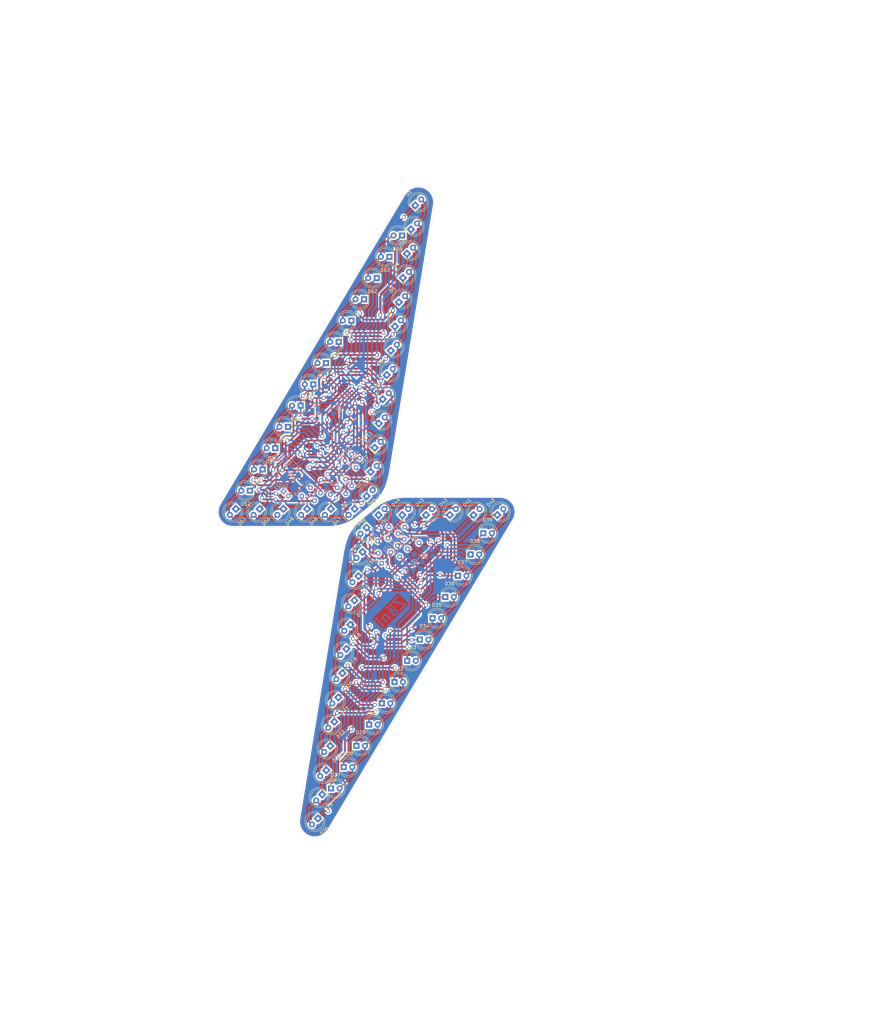
<source format=kicad_pcb>
(kicad_pcb (version 20241229) (generator "pcbnew") (generator_version "9.0")
  (layers (0 "F.Cu" signal) (2 "B.Cu" signal) (13 "F.Paste" user) (15 "B.Paste" user) (5 "F.SilkS" user "F.Silkscreen") (7 "B.SilkS" user "B.Silkscreen") (1 "F.Mask" user) (3 "B.Mask" user) (25 "Edge.Cuts" user))
  (net 0 "")
  (net 1 "Net-(D14-K)")
  (net 2 "Net-(D16-K)")
  (net 3 "GND")
  (net 4 "Net-(U1-PA6)")
  (net 5 "Net-(D1-K)")
  (net 6 "+5V")
  (net 7 "Net-(D15-K)")
  (net 8 "Net-(U1-PA5)")
  (net 9 "Net-(D10-K)")
  (net 10 "Net-(D12-K)")
  (net 11 "Net-(U1-PA1)")
  (net 12 "Net-(U1-PA7)")
  (net 13 "Net-(D11-K)")
  (net 14 "Net-(D13-K)")
  (net 15 "Net-(U1-PA0)")
  (net 16 "Net-(D17-A)")
  (net 17 "Net-(D1-A)")
  (net 18 "Net-(D10-A)")
  (net 19 "Net-(D25-A)")
  (net 20 "Net-(D33-A)")
  (net 21 "Net-(D41-A)")
  (net 22 "Net-(D49-A)")
  (net 23 "Net-(D46-K)")
  (net 24 "Net-(D14-A)")
  (net 25 "Net-(J5-Pin_1)")
  (net 26 "Net-(J6-Pin_1)")
  (net 27 "Net-(J7-Pin_1)")
  (net 28 "Net-(J8-Pin_1)")
  (net 29 "Net-(J3-Pin_1)")
  (net 30 "Net-(J4-Pin_1)")
  (net 31 "Net-(D46-A)")
  (net 32 "Net-(D47-K)")
  (net 33 "Net-(D48-K)")
  (net 34 "Net-(D17-K)")
  (net 35 "Net-(D18-K)")
  (net 36 "Net-(D19-K)")
  (net 37 "Net-(D20-K)")
  (net 38 "Net-(D21-K)")
  (net 39 "Net-(D57-A)")
  (footprint "LED_THT:LED_D5.0mm" (layer "F.Cu") (at 133.8232 199.972)
    (property "Reference" "D31")
    (property "Value" "LED")
  )
  (footprint "LED_THT:LED_D5.0mm" (layer "F.Cu") (at 124.473161 176.568439 -135)
    (property "Reference" "D18")
    (property "Value" "LED")
  )
  (footprint "LED_THT:LED_D5.0mm" (layer "F.Cu") (at 116.073161 227.108439 -135)
    (property "Reference" "D25")
    (property "Value" "LED")
  )
  (footprint "LED_THT:LED_D5.0mm" (layer "F.Cu") (at 125.735 142.0876 -135)
    (property "Reference" "D46")
    (property "Value" "LED")
  )
  (footprint "LED_THT:LED_D5.0mm" (layer "F.Cu") (at 132.3138 73.372 180)
    (property "Reference" "D62")
    (property "Value" "LED")
  )
  (footprint "LED_THT:LED_D5.0mm" (layer "F.Cu") (at 124.7538 86.032 180)
    (property "Reference" "D60")
    (property "Value" "LED")
  )
  (footprint "LED_THT:LED_D5.0mm" (layer "F.Cu") (at 132.903839 116.655561 45)
    (property "Reference" "D10")
    (property "Value" "LED")
  )
  (footprint "LED_THT:LED_D5.0mm" (layer "F.Cu") (at 120.873161 198.228439 -135)
    (property "Reference" "D21")
    (property "Value" "LED")
  )
  (footprint "LED_THT:LED_D5.0mm" (layer "F.Cu") (at 146.998 143.9164 45)
    (property "Reference" "D43")
    (property "Value" "LED")
  )
  (footprint "LED_THT:LED_D5.0mm" (layer "F.Cu") (at 161.154 143.9164 45)
    (property "Reference" "D41")
    (property "Value" "LED")
  )
  (footprint "LED_THT:LED_D5.0mm" (layer "F.Cu") (at 145.1632 180.982)
    (property "Reference" "D34")
    (property "Value" "LED")
  )
  (footprint "LED_THT:LED_D5.0mm" (layer "F.Cu") (at 118.7032 225.292)
    (property "Reference" "D27")
    (property "Value" "LED")
  )
  (footprint "LED_THT:LED_D5.0mm" (layer "F.Cu") (at 131.703839 123.875561 45)
    (property "Reference" "D11")
    (property "Value" "LED")
  )
  (footprint "LED_THT:LED_D5.0mm" (layer "F.Cu") (at 129.273161 147.688439 -135)
    (property "Reference" "D14")
    (property "Value" "LED")
  )
  (footprint "LED_THT:LED_D5.0mm" (layer "F.Cu") (at 117.1938 98.692 180)
    (property "Reference" "D58")
    (property "Value" "LED")
  )
  (footprint "LED_THT:LED_D5.0mm" (layer "F.Cu") (at 164.0632 149.332)
    (property "Reference" "D39")
    (property "Value" "LED")
  )
  (footprint "LED_THT:LED_D5.0mm" (layer "F.Cu") (at 109.6338 111.352 180)
    (property "Reference" "D56")
    (property "Value" "LED")
  )
  (footprint "LED_THT:LED_D5.0mm" (layer "F.Cu") (at 113.4138 105.022 180)
    (property "Reference" "D57")
    (property "Value" "LED")
  )
  (footprint "LED_THT:LED_D5.0mm" (layer "F.Cu") (at 118.657 142.0876 -135)
    (property "Reference" "D47")
    (property "Value" "LED")
  )
  (footprint "LED_THT:LED_D5.0mm" (layer "F.Cu") (at 143.781839 51.752361 45)
    (property "Reference" "D1")
    (property "Value" "LED")
  )
  (footprint "LED_THT:LED_D5.0mm" (layer "F.Cu") (at 168.232 143.9164 45)
    (property "Reference" "D40")
    (property "Value" "LED")
  )
  (footprint "LED_THT:LED_D5.0mm" (layer "F.Cu") (at 160.2832 155.662)
    (property "Reference" "D38")
    (property "Value" "LED")
  )
  (footprint "LED_THT:LED_D5.0mm" (layer "F.Cu") (at 102.0738 124.012 180)
    (property "Reference" "D54")
    (property "Value" "LED")
  )
  (footprint "LED_THT:LED_D5.0mm" (layer "F.Cu") (at 122.073161 191.008439 -135)
    (property "Reference" "D20")
    (property "Value" "LED")
  )
  (footprint "LED_THT:LED_D5.0mm" (layer "F.Cu") (at 136.0938 67.042 180)
    (property "Reference" "D63")
    (property "Value" "LED")
  )
  (footprint "LED_THT:LED_D5.0mm" (layer "F.Cu") (at 142.503839 58.895561 45)
    (property "Reference" "D2")
    (property "Value" "LED")
  )
  (footprint "LED_THT:LED_D5.0mm" (layer "F.Cu") (at 119.673161 205.448439 -135)
    (property "Reference" "D22")
    (property "Value" "LED")
  )
  (footprint "LED_THT:LED_D5.0mm" (layer "F.Cu") (at 104.501 142.0876 -135)
    (property "Reference" "D49")
    (property "Value" "LED")
  )
  (footprint "LED_THT:LED_D5.0mm" (layer "F.Cu") (at 139.92 143.9164 45)
    (property "Reference" "D44")
    (property "Value" "LED")
  )
  (footprint "LED_THT:LED_D5.0mm" (layer "F.Cu") (at 137.6032 193.642)
    (property "Reference" "D32")
    (property "Value" "LED")
  )
  (footprint "LED_THT:LED_D5.0mm" (layer "F.Cu") (at 111.579 142.0876 -135)
    (property "Reference" "D48")
    (property "Value" "LED")
  )
  (footprint "LED_THT:LED_D5.0mm" (layer "F.Cu") (at 126.873161 162.128439 -135)
    (property "Reference" "D16")
    (property "Value" "LED")
  )
  (footprint "LED_THT:LED_D5.0mm" (layer "F.Cu") (at 90.345 142.0876 -135)
    (property "Reference" "D51")
    (property "Value" "LED")
  )
  (footprint "LED_THT:LED_D5.0mm" (layer "F.Cu") (at 130.0432 206.302)
    (property "Reference" "D30")
    (property "Value" "LED")
  )
  (footprint "LED_THT:LED_D5.0mm" (layer "F.Cu") (at 135.303839 102.215561 45)
    (property "Reference" "D8")
    (property "Value" "LED")
  )
  (footprint "LED_THT:LED_D5.0mm" (layer "F.Cu") (at 98.2938 130.342 180)
    (property "Reference" "D53")
    (property "Value" "LED")
  )
  (footprint "LED_THT:LED_D5.0mm" (layer "F.Cu") (at 148.9432 174.652)
    (property "Reference" "D35")
    (property "Value" "LED")
  )
  (footprint "LED_THT:LED_D5.0mm" (layer "F.Cu") (at 154.076 143.9164 45)
    (property "Reference" "D42")
    (property "Value" "LED")
  )
  (footprint "LED_THT:LED_D5.0mm" (layer "F.Cu") (at 141.303839 66.115561 45)
    (property "Reference" "D3")
    (property "Value" "LED")
  )
  (footprint "LED_THT:LED_D5.0mm" (layer "F.Cu") (at 123.273161 183.788439 -135)
    (property "Reference" "D19")
    (property "Value" "LED")
  )
  (footprint "LED_THT:LED_D5.0mm" (layer "F.Cu") (at 128.073161 154.908439 -135)
    (property "Reference" "D15")
    (property "Value" "LED")
  )
  (footprint "LED_THT:LED_D5.0mm" (layer "F.Cu") (at 132.842 143.9164 45)
    (property "Reference" "D45")
    (property "Value" "LED")
  )
  (footprint "LED_THT:LED_D5.0mm" (layer "F.Cu") (at 134.103839 109.435561 45)
    (property "Reference" "D9")
    (property "Value" "LED")
  )
  (footprint "LED_THT:LED_D5.0mm" (layer "F.Cu") (at 120.9738 92.362 180)
    (property "Reference" "D59")
    (property "Value" "LED")
  )
  (footprint "LED_THT:LED_D5.0mm" (layer "F.Cu") (at 97.423 142.0876 -135)
    (property "Reference" "D50")
    (property "Value" "LED")
  )
  (footprint "LED_THT:LED_D5.0mm" (layer "F.Cu") (at 126.2632 212.632)
    (property "Reference" "D29")
    (property "Value" "LED")
  )
  (footprint "LED_THT:LED_D5.0mm" (layer "F.Cu") (at 117.273161 219.888439 -135)
    (property "Reference" "D24")
    (property "Value" "LED")
  )
  (footprint "LED_THT:LED_D5.0mm" (layer "F.Cu") (at 105.8538 117.682 180)
    (property "Reference" "D55")
    (property "Value" "LED")
  )
  (footprint "LED_THT:LED_D5.0mm" (layer "F.Cu") (at 125.673161 169.348439 -135)
    (property "Reference" "D17")
    (property "Value" "LED")
  )
  (footprint "LED_THT:LED_D5.0mm" (layer "F.Cu") (at 137.703839 87.775561 45)
    (property "Reference" "D6")
    (property "Value" "LED")
  )
  (footprint "LED_THT:LED_D5.0mm" (layer "F.Cu") (at 138.903839 80.555561 45)
    (property "Reference" "D5")
    (property "Value" "LED")
  )
  (footprint "LED_THT:LED_D5.0mm" (layer "F.Cu") (at 139.8738 60.712 180)
    (property "Reference" "D64")
    (property "Value" "LED")
  )
  (footprint "LED_THT:LED_D5.0mm" (layer "F.Cu") (at 94.5138 136.672 180)
    (property "Reference" "D52")
    (property "Value" "LED")
  )
  (footprint "LED_THT:LED_D5.0mm" (layer "F.Cu") (at 156.5032 161.992)
    (property "Reference" "D37")
    (property "Value" "LED")
  )
  (footprint "LED_THT:LED_D5.0mm" (layer "F.Cu") (at 114.795161 234.251639 -135)
    (property "Reference" "D26")
    (property "Value" "LED")
  )
  (footprint "LED_THT:LED_D5.0mm" (layer "F.Cu") (at 140.103839 73.335561 45)
    (property "Reference" "D4")
    (property "Value" "LED")
  )
  (footprint "LED_THT:LED_D5.0mm" (layer "F.Cu") (at 128.5338 79.702 180)
    (property "Reference" "D61")
    (property "Value" "LED")
  )
  (footprint "LED_THT:LED_D5.0mm" (layer "F.Cu") (at 152.7232 168.322)
    (property "Reference" "D36")
    (property "Value" "LED")
  )
  (footprint "LED_THT:LED_D5.0mm" (layer "F.Cu") (at 141.3832 187.312)
    (property "Reference" "D33")
    (property "Value" "LED")
  )
  (footprint "LED_THT:LED_D5.0mm" (layer "F.Cu") (at 129.303839 138.315561 45)
    (property "Reference" "D13")
    (property "Value" "LED")
  )
  (footprint "LED_THT:LED_D5.0mm" (layer "F.Cu") (at 136.503839 94.995561 45)
    (property "Reference" "D7")
    (property "Value" "LED")
  )
  (footprint "LED_THT:LED_D5.0mm" (layer "F.Cu") (at 130.503839 131.095561 45)
    (property "Reference" "D12")
    (property "Value" "LED")
  )
  (footprint "LED_THT:LED_D5.0mm" (layer "F.Cu") (at 118.473161 212.668439 -135)
    (property "Reference" "D23")
    (property "Value" "LED")
  )
  (footprint "LED_THT:LED_D5.0mm" (layer "F.Cu") (at 122.4832 218.962)
    (property "Reference" "D28")
    (property "Value" "LED")
  )
  (footprint "Package_SO:SOIC-20W_7.5x12.8mm_P1.27mm" (layer "B.Cu") (at 113.864111 124.994983 -45)
    (property "Reference" "U1")
    (property "Value" "ATtiny861A-S")
  )
  (footprint "footprinttejä:Pin_D0.8mm_L6.5mm_W1.8mm_FlatFork_zani" (layer "B.Cu") (at 127.1524 126.9492 45)
    (property "Reference" "J23")
    (property "Value" "Conn_01x01_Pin" (hide yes))
  )
  (footprint "Resistor_SMD:R_1206_3216Metric_Pad1.30x1.75mm_HandSolder" (layer "B.Cu") (at 142.1384 159.3088 -45)
    (property "Reference" "R3")
    (property "Value" "110")
  )
  (footprint "footprinttejä:Pin_D0.8mm_L6.5mm_W1.8mm_FlatFork_zani" (layer "B.Cu") (at 112.522 135.763 45)
    (property "Reference" "J17")
    (property "Value" "Conn_01x01_Pin" (hide yes))
  )
  (footprint "footprinttejä:Pin_D0.8mm_L6.5mm_W1.8mm_FlatFork_zani" (layer "B.Cu") (at 115.57 137.3632 45)
    (property "Reference" "J13")
    (property "Value" "Conn_01x01_Pin" (hide yes))
  )
  (footprint "footprinttejä:Pin_D0.8mm_L6.5mm_W1.8mm_FlatFork_zani" (layer "B.Cu") (at 124.8156 125.7808 45)
    (property "Reference" "J21")
    (property "Value" "Conn_01x01_Pin" (hide yes))
  )
  (footprint "Resistor_SMD:R_1206_3216Metric_Pad1.30x1.75mm_HandSolder" (layer "B.Cu") (at 147.7772 154.94 -45)
    (property "Reference" "R5")
    (property "Value" "110" (hide yes))
  )
  (footprint "footprinttejä:Pin_D0.8mm_L6.5mm_W1.8mm_FlatFork_zani" (layer "B.Cu") (at 140.6652 147.5232 45)
    (property "Reference" "J12")
    (property "Value" "Conn_01x01_Pin" (hide yes))
  )
  (footprint "footprinttejä:Pin_D0.8mm_L6.5mm_W1.8mm_FlatFork_zani" (layer "B.Cu") (at 138.684 149.4536 45)
    (property "Reference" "J14")
    (property "Value" "Conn_01x01_Pin" (hide yes))
  )
  (footprint "Resistor_SMD:R_1206_3216Metric_Pad1.30x1.75mm_HandSolder" (layer "B.Cu") (at 118.237 133.985 -135)
    (property "Reference" "R6")
    (property "Value" "110")
  )
  (footprint "TestPoint:TestPoint_Pad_1.0x1.0mm" (layer "B.Cu") (at 102.362 131.953 180)
    (property "Reference" "J29")
    (property "Value" "Conn_01x01_Pin")
  )
  (footprint "footprinttejä:Pin_D0.8mm_L6.5mm_W1.8mm_FlatFork_zani" (layer "B.Cu") (at 136.4996 155.0416 45)
    (property "Reference" "J24")
    (property "Value" "Conn_01x01_Pin" (hide yes))
  )
  (footprint "Capacitor_SMD:C_1210_3225Metric_Pad1.33x2.70mm_HandSolder" (layer "B.Cu") (at 106.426 134.112 -45)
    (property "Reference" "C1")
    (property "Value" "10 u")
  )
  (footprint "Resistor_SMD:R_1206_3216Metric_Pad1.30x1.75mm_HandSolder" (layer "B.Cu") (at 144.5768 156.6672 -45)
    (property "Reference" "R4")
    (property "Value" "110")
  )
  (footprint "footprinttejä:Pin_D0.8mm_L6.5mm_W1.8mm_FlatFork_zani" (layer "B.Cu") (at 144.8816 152.1968 45)
    (property "Reference" "J8")
    (property "Value" "Conn_01x01_Pin" (hide yes))
  )
  (footprint "Connector_PinHeader_2.00mm:PinHeader_1x02_P2.00mm_Vertical" (layer "B.Cu") (at 104.5464 136.8552 -135)
    (property "Reference" "J27")
    (property "Value" "Conn_01x02_Pin" (hide yes))
  )
  (footprint "footprinttejä:Pin_D0.8mm_L6.5mm_W1.8mm_FlatFork_zani" (layer "B.Cu") (at 139.1412 156.3116 45)
    (property "Reference" "J4")
    (property "Value" "Conn_01x01_Pin" (hide yes))
  )
  (footprint "footprinttejä:Pin_D0.8mm_L6.5mm_W1.8mm_FlatFork_zani" (layer "B.Cu") (at 135.9408 147.4216 45)
    (property "Reference" "J10")
    (property "Value" "Conn_01x01_Pin" (hide yes))
  )
  (footprint "Resistor_SMD:R_1206_3216Metric_Pad1.30x1.75mm_HandSolder" (layer "B.Cu") (at 128.397 119.888)
    (property "Reference" "R2")
    (property "Value" "110")
  )
  (footprint "Resistor_SMD:R_1206_3216Metric_Pad1.30x1.75mm_HandSolder" (layer "B.Cu") (at 114.681 112.903 180)
    (property "Reference" "R7")
    (property "Value" "110")
  )
  (footprint "footprinttejä:Pin_D0.8mm_L6.5mm_W1.8mm_FlatFork_zani" (layer "B.Cu") (at 132.7404 155.2956 45)
    (property "Reference" "J2")
    (property "Value" "Conn_01x01_Pin" (hide yes))
  )
  (footprint "footprinttejä:Pin_D0.8mm_L6.5mm_W1.8mm_FlatFork_zani" (layer "B.Cu") (at 133.8072 158.2928 45)
    (property "Reference" "J26")
    (property "Value" "Conn_01x01_Pin" (hide yes))
  )
  (footprint "footprinttejä:Pin_D0.8mm_L6.5mm_W1.8mm_FlatFork_zani" (layer "B.Cu") (at 132.588 151.6888 45)
    (property "Reference" "J18")
    (property "Value" "Conn_01x01_Pin" (hide yes))
  )
  (footprint "footprinttejä:Pin_D0.8mm_L6.5mm_W1.8mm_FlatFork_zani" (layer "B.Cu") (at 118.491 137.795 45)
    (property "Reference" "J9")
    (property "Value" "Conn_01x01_Pin" (hide yes))
  )
  (footprint "footprinttejä:Pin_D0.8mm_L6.5mm_W1.8mm_FlatFork_zani" (layer "B.Cu") (at 113.7412 139.6492 45)
    (property "Reference" "J11")
    (property "Value" "Conn_01x01_Pin" (hide yes))
  )
  (footprint "footprinttejä:Pin_D0.8mm_L6.5mm_W1.8mm_FlatFork_zani" (layer "B.Cu") (at 123.063 133.223 45)
    (property "Reference" "J1")
    (property "Value" "Conn_01x01_Pin" (hide yes))
  )
  (footprint "TestPoint:TestPoint_Pad_1.0x1.0mm" (layer "B.Cu") (at 104.902 127.635 45)
    (property "Reference" "J28")
    (property "Value" "Conn_01x01_Pin")
  )
  (footprint "footprinttejä:Pin_D0.8mm_L6.5mm_W1.8mm_FlatFork_zani" (layer "B.Cu") (at 124.8664 135.2296 45)
    (property "Reference" "J7")
    (property "Value" "Conn_01x01_Pin" (hide yes))
  )
  (footprint "footprinttejä:Pin_D0.8mm_L6.5mm_W1.8mm_FlatFork_zani" (layer "B.Cu") (at 138.4808 153.0604 45)
    (property "Reference" "J22")
    (property "Value" "Conn_01x01_Pin" (hide yes))
  )
  (footprint "footprinttejä:Pin_D0.8mm_L6.5mm_W1.8mm_FlatFork_zani" (layer "B.Cu") (at 122.8344 127.762 45)
    (property "Reference" "J25")
    (property "Value" "Conn_01x01_Pin" (hide yes))
  )
  (footprint "footprinttejä:Pin_D0.8mm_L6.5mm_W1.8mm_FlatFork_zani" (layer "B.Cu") (at 120.523 135.763 45)
    (property "Reference" "J3")
    (property "Value" "Conn_01x01_Pin" (hide yes))
  )
  (footprint "Resistor_SMD:R_1206_3216Metric_Pad1.30x1.75mm_HandSolder" (layer "B.Cu") (at 119.4308 112.1156 90)
    (property "Reference" "R8")
    (property "Value" "110")
  )
  (footprint "footprinttejä:Pin_D0.8mm_L6.5mm_W1.8mm_FlatFork_zani" (layer "B.Cu") (at 123.0884 137.5664 45)
    (property "Reference" "J5")
    (property "Value" "Conn_01x01_Pin" (hide yes))
  )
  (footprint "TestPoint:TestPoint_Pad_1.0x1.0mm" (layer "B.Cu") (at 114.554 115.189 180)
    (property "Reference" "J31")
    (property "Value" "Conn_01x01_Pin")
  )
  (footprint "footprinttejä:Pin_D0.8mm_L6.5mm_W1.8mm_FlatFork_zani" (layer "B.Cu") (at 109.982 138.303 45)
    (property "Reference" "J15")
    (property "Value" "Conn_01x01_Pin" (hide yes))
  )
  (footprint "TestPoint:TestPoint_Pad_1.0x1.0mm" (layer "B.Cu") (at 101.219 128.524 180)
    (property "Reference" "J30")
    (property "Value" "Conn_01x01_Pin")
  )
  (footprint "Resistor_SMD:R_1206_3216Metric_Pad1.30x1.75mm_HandSolder" (layer "B.Cu") (at 107.823 131.064 -45)
    (property "Reference" "R9")
    (property "Value" "110")
  )
  (footprint "footprinttejä:Pin_D0.8mm_L6.5mm_W1.8mm_FlatFork_zani" (layer "B.Cu") (at 135.636 150.8252 45)
    (property "Reference" "J16")
    (property "Value" "Conn_01x01_Pin" (hide yes))
  )
  (footprint "Resistor_SMD:R_1206_3216Metric_Pad1.30x1.75mm_HandSolder" (layer "B.Cu") (at 127.635 116.332)
    (property "Reference" "R1")
    (property "Value" "110")
  )
  (footprint "footprinttejä:Pin_D0.8mm_L6.5mm_W1.8mm_FlatFork_zani" (layer "B.Cu") (at 126.111 129.794 45)
    (property "Reference" "J19")
    (property "Value" "Conn_01x01_Pin" (hide yes))
  )
  (footprint "footprinttejä:Pin_D0.8mm_L6.5mm_W1.8mm_FlatFork_zani" (layer "B.Cu") (at 141.478 154.0256 45)
    (property "Reference" "J6")
    (property "Value" "Conn_01x01_Pin" (hide yes))
  )
  (footprint "footprinttejä:Pin_D0.8mm_L6.5mm_W1.8mm_FlatFork_zani" (layer "B.Cu") (at 140.462 151.13 45)
    (property "Reference" "J20")
    (property "Value" "Conn_01x01_Pin" (hide yes))
  )
  (gr_arc (start 118.11 237.6424) (mid 112.190817 239.743916) (end 109.073822 234.290712) (stroke (width 0.05)) (layer "Edge.Cuts"))
  (gr_arc (start 169.164001 138.3284) (mid 173.259007 140.740495) (end 173.124559 145.4912) (stroke (width 0.05)) (layer "Edge.Cuts"))
  (gr_line (start 135.255 138.302878) (end 169.164 138.3284) (stroke (width 0.05)) (layer "Edge.Cuts"))
  (gr_line (start 109.0676 234.2896) (end 123.317 147.6756) (stroke (width 0.05)) (layer "Edge.Cuts"))
  (gr_line (start 123.317 147.675722) (end 89.408 147.6502) (stroke (width 0.05)) (layer "Edge.Cuts"))
  (gr_line (start 149.5044 51.689) (end 135.255 138.303) (stroke (width 0.05)) (layer "Edge.Cuts"))
  (gr_arc (start 140.462 48.3362) (mid 146.381183 46.234684) (end 149.498178 51.687888) (stroke (width 0.05)) (layer "Edge.Cuts"))
  (gr_arc (start 89.407999 147.6502) (mid 85.312993 145.238105) (end 85.447441 140.4874) (stroke (width 0.05)) (layer "Edge.Cuts"))
  (gr_line (start 85.4456 140.4874) (end 140.462 48.3362) (stroke (width 0.05)) (layer "Edge.Cuts"))
  (gr_line (start 173.1264 145.4912) (end 118.11 237.6424) (stroke (width 0.05)) (layer "Edge.Cuts"))
  (gr_text ":D" (at 125.9586 100.076 135) (layer "B.Cu") (effects (font (size 1.5 1.5) (thickness 0.3) (bold yes)) (justify left bottom mirror)))
  (gr_text "Zäni " (at 141.732 170.2308 45) (layer "B.Cu") (effects (font (size 3.25 3.25) (thickness 0.375)) (justify left bottom mirror)))
  (segment (start 120.800712 202.819) (end 128.905 202.819) (width 0.5) (layer "F.Cu") (net 1))
  (segment (start 135.4403 164.60571) (end 132.801805 167.244205) (width 0.5) (layer "F.Cu") (net 1))
  (segment (start 140.5922 155.710576) (end 140.5922 156.912624) (width 0.5) (layer "F.Cu") (net 1))
  (segment (start 132.1308 158.6992) (end 135.119772 161.688172) (width 0.5) (layer "F.Cu") (net 1))
  (segment (start 130.2258 155.6766) (end 132.1308 157.5816) (width 0.5) (layer "F.Cu") (net 1))
  (segment (start 135.4403 161.9937) (end 135.4403 164.60571) (width 0.5) (layer "F.Cu") (net 1))
  (segment (start 148.269698 151.958302) (end 146.831796 150.5204) (width 0.5) (layer "F.Cu") (net 1))
  (segment (start 146.831796 150.5204) (end 143.0528 150.5204) (width 0.5) (layer "F.Cu") (net 1))
  (segment (start 130.2258 152.1714) (end 130.2258 155.6766) (width 0.5) (layer "F.Cu") (net 1))
  (segment (start 141.063024 152.581) (end 138.9602 152.581) (width 0.5) (layer "F.Cu") (net 1))
  (segment (start 140.5922 156.912624) (end 139.742224 157.7626) (width 0.5) (layer "F.Cu") (net 1))
  (segment (start 139.446 157.7626) (end 139.446 157.994772) (width 0.5) (layer "F.Cu") (net 1))
  (segment (start 143.0528 150.5204) (end 143.0528 150.591224) (width 0.5) (layer "F.Cu") (net 1))
  (segment (start 128.905 202.819) (end 129.286 202.438) (width 0.5) (layer "F.Cu") (net 1))
  (segment (start 136.144 161.296772) (end 136.137228 161.296772) (width 0.5) (layer "F.Cu") (net 1))
  (segment (start 135.119772 161.688172) (end 135.134772 161.688172) (width 0.5) (layer "F.Cu") (net 1))
  (segment (start 136.137228 161.296772) (end 135.4403 161.9937) (width 0.5) (layer "F.Cu") (net 1))
  (segment (start 120.504615 202.913307) (end 120.706405 202.913307) (width 0.5) (layer "F.Cu") (net 1))
  (segment (start 138.4808 153.599176) (end 140.5922 155.710576) (width 0.5) (layer "F.Cu") (net 1))
  (segment (start 132.1308 157.5816) (end 132.1308 158.6992) (width 0.5) (layer "F.Cu") (net 1))
  (segment (start 139.446 157.994772) (end 136.144 161.296772) (width 0.5) (layer "F.Cu") (net 1))
  (segment (start 138.9602 152.581) (end 138.4808 153.0604) (width 0.5) (layer "F.Cu") (net 1))
  (segment (start 143.0528 150.591224) (end 141.063024 152.581) (width 0.5) (layer "F.Cu") (net 1))
  (segment (start 138.4808 153.0604) (end 138.4808 153.599176) (width 0.5) (layer "F.Cu") (net 1))
  (segment (start 139.742224 157.7626) (end 139.446 157.7626) (width 0.5) (layer "F.Cu") (net 1))
  (segment (start 120.706405 202.913307) (end 120.800712 202.819) (width 0.5) (layer "F.Cu") (net 1))
  (segment (start 129.286 202.438) (end 131.953 202.438) (width 0.5) (layer "F.Cu") (net 1))
  (segment (start 135.134772 161.688172) (end 135.4403 161.9937) (width 0.5) (layer "F.Cu") (net 1))
  (via (at 148.269698 151.958302) (size 1.2) (drill 0.8) (layers "F.Cu" "B.Cu") (net 1))
  (via (at 131.953 202.438) (size 1.2) (drill 0.8) (layers "F.Cu" "B.Cu") (net 1))
  (via (at 132.801805 167.244205) (size 1.2) (drill 0.8) (layers "F.Cu" "B.Cu") (net 1))
  (via (at 120.504615 202.913307) (size 1.2) (drill 0.8) (layers "F.Cu" "B.Cu") (net 1))
  (via (at 130.2258 152.1714) (size 1.2) (drill 0.8) (layers "F.Cu" "B.Cu") (net 1))
  (segment (start 127.838 178.3882) (end 127.6308 178.181) (width 0.5) (layer "B.Cu") (net 1))
  (segment (start 124.46 193.185628) (end 126.619 191.026628) (width 0.5) (layer "B.Cu") (net 1))
  (segment (start 123.063 198.501) (end 123.063 197.485) (width 0.5) (layer "B.Cu") (net 1))
  (segment (start 158.1512 155.662) (end 160.2832 155.662) (width 0.5) (layer "B.Cu") (net 1))
  (segment (start 149.524197 153.2128) (end 149.5806 153.2128) (width 0.5) (layer "B.Cu") (net 1))
  (segment (start 130.0432 206.302) (end 130.0432 204.3478) (width 0.5) (layer "B.Cu") (net 1))
  (segment (start 126.619 188.843397) (end 127.838 187.624397) (width 0.5) (layer "B.Cu") (net 1))
  (segment (start 127.6308 173.5836) (end 132.801805 168.412595) (width 0.5) (layer "B.Cu") (net 1))
  (segment (start 149.5806 153.2128) (end 151.3586 154.9908) (width 0.5) (layer "B.Cu") (net 1))
  (segment (start 127.6308 178.181) (end 127.6308 173.5836) (width 0.5) (layer "B.Cu") (net 1))
  (segment (start 124.46 196.088) (end 124.46 193.185628) (width 0.5) (layer "B.Cu") (net 1))
  (segment (start 123.063 197.485) (end 124.46 196.088) (width 0.5) (layer "B.Cu") (net 1))
  (segment (start 127.838 187.624397) (end 127.838 178.3882) (width 0.5) (layer "B.Cu") (net 1))
  (segment (start 130.2258 152.1714) (end 130.2258 148.641078) (width 0.5) (layer "B.Cu") (net 1))
  (segment (start 126.619 191.026628) (end 126.619 188.843397) (width 0.5) (layer "B.Cu") (net 1))
  (segment (start 151.3586 154.9908) (end 157.48 154.9908) (width 0.5) (layer "B.Cu") (net 1))
  (segment (start 132.801805 168.412595) (end 132.801805 167.244205) (width 0.5) (layer "B.Cu") (net 1))
  (segment (start 120.504615 202.913307) (end 120.504615 201.059385) (width 0.5) (layer "B.Cu") (net 1))
  (segment (start 119.673161 205.448439) (end 119.673161 203.744761) (width 0.5) (layer "B.Cu") (net 1))
  (segment (start 130.2258 148.641078) (end 129.273161 147.688439) (width 0.5) (layer "B.Cu") (net 1))
  (segment (start 130.0432 204.3478) (end 131.953 202.438) (width 0.5) (layer "B.Cu") (net 1))
  (segment (start 148.269698 151.958302) (end 149.524197 153.2128) (width 0.5) (layer "B.Cu") (net 1))
  (segment (start 120.504615 201.059385) (end 123.063 198.501) (width 0.5) (layer "B.Cu") (net 1))
  (segment (start 119.673161 203.744761) (end 120.504615 202.913307) (width 0.5) (layer "B.Cu") (net 1))
  (segment (start 157.48 154.9908) (end 158.1512 155.662) (width 0.5) (layer "B.Cu") (net 1))
  (segment (start 129.6797 176.5427) (end 129.6797 172.2755) (width 0.5) (layer "F.Cu") (net 2))
  (segment (start 150.6944 151.4856) (end 150.6944 151.5148) (width 0.5) (layer "F.Cu") (net 2))
  (segment (start 132.9182 169.037) (end 132.5626 169.037) (width 0.5) (layer "F.Cu") (net 2))
  (segment (start 132.5626 169.037) (end 128.778 165.2524) (width 0.5) (layer "F.Cu") (net 2))
  (segment (start 128.778 160.9344) (end 128.778 165.2524) (width 0.5) (layer "F.Cu") (net 2))
  (segment (start 136.4413 165.5139) (end 132.9182 169.037) (width 0.5) (layer "F.Cu") (net 2))
  (segment (start 150.6944 151.5148) (end 143.1902 159.019) (width 0.5) (layer "F.Cu") (net 2))
  (segment (start 132.9182 169.037) (end 129.6797 172.2755) (width 0.5) (layer "F.Cu") (net 2))
  (segment (start 129.512505 160.199895) (end 128.778 160.9344) (width 0.5) (layer "F.Cu") (net 2))
  (segment (start 139.8374 159.019) (end 136.4413 162.4151) (width 0.5) (layer "F.Cu") (net 2))
  (segment (start 136.4413 162.4151) (end 136.4413 165.5139) (width 0.5) (layer "F.Cu") (net 2))
  (segment (start 130.175 177.038) (end 129.6797 176.5427) (width 0.5) (layer "F.Cu") (net 2))
  (segment (start 143.1902 159.019) (end 139.8374 159.019) (width 0.5) (layer "F.Cu") (net 2))
  (segment (start 137.668 189.357) (end 128.016 189.357) (width 0.5) (layer "F.Cu") (net 2))
  (via (at 150.6944 151.4856) (size 1.2) (drill 0.8) (layers "F.Cu" "B.Cu") (net 2))
  (via (at 128.016 189.357) (size 1.2) (drill 0.8) (layers "F.Cu" "B.Cu") (net 2))
  (via (at 130.175 177.038) (size 1.2) (drill 0.8) (layers "F.Cu" "B.Cu") (net 2))
  (via (at 137.668 189.357) (size 1.2) (drill 0.8) (layers "F.Cu" "B.Cu") (net 2))
  (via (at 129.512505 160.199895) (size 1.2) (drill 0.8) (layers "F.Cu" "B.Cu") (net 2))
  (segment (start 128.016 189.357) (end 128.839 188.534) (width 0.5) (layer "B.Cu") (net 2))
  (segment (start 125.065 199.330256) (end 125.065 198.314256) (width 0.5) (layer "B.Cu") (net 2))
  (segment (start 123.3574 203.3016) (end 123.3574 201.037856) (width 0.5) (layer "B.Cu") (net 2))
  (segment (start 122.700628 206.375) (end 122.700628 203.958372) (width 0.5) (layer "B.Cu") (net 2))
  (segment (start 164.7952 143.9164) (end 168.232 143.9164) (width 0.5) (layer "B.Cu") (net 2))
  (segment (start 125.065 198.314256) (end 126.477 196.902256) (width 0.5) (layer "B.Cu") (net 2))
  (segment (start 120.65 213.849372) (end 120.65 212.510412) (width 0.5) (layer "B.Cu") (net 2))
  (segment (start 120.65 212.510412) (end 119.761 211.621412) (width 0.5) (layer "B.Cu") (net 2))
  (segment (start 126.873161 162.128439) (end 127.583961 162.128439) (width 0.5) (layer "B.Cu") (net 2))
  (segment (start 128.839 179.445884) (end 130.175 178.109884) (width 0.5) (layer "B.Cu") (net 2))
  (segment (start 119.761 211.621412) (end 119.761 209.314628) (width 0.5) (layer "B.Cu") (net 2))
  (segment (start 137.6032 189.1678) (end 137.6032 193.642) (width 0.5) (layer "B.Cu") (net 2))
  (segment (start 126.477 195.346603) (end 127.889 193.934603) (width 0.5) (layer "B.Cu") (net 2))
  (segment (start 131.900105 160.199895) (end 129.512505 160.199895) (width 0.5) (layer "B.Cu") (net 2))
  (segment (start 117.273161 217.226211) (end 120.65 213.849372) (width 0.5) (layer "B.Cu") (net 2))
  (segment (start 123.3574 201.037856) (end 125.065 199.330256) (width 0.5) (layer "B.Cu") (net 2))
  (segment (start 133.8072 158.2928) (end 131.900105 160.199895) (width 0.5) (layer "B.Cu") (net 2))
  (segment (start 127.583961 162.128439) (end 129.512505 160.199895) (width 0.5) (layer "B.Cu") (net 2))
  (segment (start 128.839 188.534) (end 128.839 179.445884) (width 0.5) (layer "B.Cu") (net 2))
  (segment (start 127.889 193.934603) (end 127.889 189.484) (width 0.5) (layer "B.Cu") (net 2))
  (segment (start 130.175 178.109884) (end 130.175 177.038) (width 0.5) (layer "B.Cu") (net 2))
  (segment (start 150.6944 151.4856) (end 157.226 151.4856) (width 0.5) (layer "B.Cu") (net 2))
  (segment (start 117.273161 219.888439) (end 117.273161 217.226211) (width 0.5) (layer "B.Cu") (net 2))
  (segment (start 126.477 196.902256) (end 126.477 195.346603) (width 0.5) (layer "B.Cu") (net 2))
  (segment (start 122.700628 203.958372) (end 123.3574 203.3016) (width 0.5) (layer "B.Cu") (net 2))
  (segment (start 157.226 151.4856) (end 164.7952 143.9164) (width 0.5) (layer "B.Cu") (net 2))
  (segment (start 127.889 189.484) (end 128.016 189.357) (width 0.5) (layer "B.Cu") (net 2))
  (segment (start 119.761 209.314628) (end 122.700628 206.375) (width 0.5) (layer "B.Cu") (net 2))
  (segment (start 116.703145 128.732042) (end 117.330868 129.359765) (width 0.5) (layer "B.Cu") (net 3))
  (segment (start 107.804858 135.490858) (end 107.804858 133.274174) (width 0.5) (layer "B.Cu") (net 3))
  (segment (start 110.417186 128.324186) (end 112.239888 126.501484) (width 0.5) (layer "B.Cu") (net 3))
  (segment (start 107.804858 136.42517) (end 107.804858 135.490858) (width 0.5) (layer "B.Cu") (net 3))
  (segment (start 117.330868 129.359765) (end 117.602 129.359765) (width 0.5) (layer "B.Cu") (net 3))
  (segment (start 111.025077 121.257924) (end 110.996324 121.257924) (width 0.5) (layer "B.Cu") (net 3))
  (segment (start 112.239888 126.501484) (end 112.350972 126.3904) (width 0.5) (layer "B.Cu") (net 3))
  (segment (start 115.675091 127.745694) (end 115.716797 127.745694) (width 0.5) (layer "B.Cu") (net 3))
  (segment (start 107.804858 133.274174) (end 108.919016 132.160016) (width 0.5) (layer "B.Cu") (net 3))
  (segment (start 112.239888 122.472735) (end 111.025077 121.257924) (width 0.5) (layer "B.Cu") (net 3))
  (segment (start 116.703145 128.732042) (end 115.716797 127.745694) (width 0.5) (layer "B.Cu") (net 3))
  (segment (start 114.319796 126.3904) (end 115.675091 127.745694) (width 0.5) (layer "B.Cu") (net 3))
  (segment (start 112.350972 126.3904) (end 114.319796 126.3904) (width 0.5) (layer "B.Cu") (net 3))
  (segment (start 105.960614 138.269414) (end 107.804858 136.42517) (width 0.5) (layer "B.Cu") (net 3))
  (segment (start 110.996324 121.257924) (end 110.0836 120.3452) (width 0.5) (layer "B.Cu") (net 3))
  (segment (start 108.919016 129.822356) (end 110.417186 128.324186) (width 0.5) (layer "B.Cu") (net 3))
  (segment (start 108.919016 132.160016) (end 108.919016 129.822356) (width 0.5) (layer "B.Cu") (net 3))
  (segment (start 112.239888 126.501484) (end 112.239888 122.472735) (width 0.5) (layer "B.Cu") (net 3))
  (segment (start 118.358397 118.364) (end 116.124 116.129603) (width 0.5) (layer "B.Cu") (net 4))
  (segment (start 120.36474 125.13994) (end 121.3612 126.1364) (width 0.5) (layer "B.Cu") (net 4))
  (segment (start 116.124 116.129603) (end 116.124 113.01) (width 0.5) (layer "B.Cu") (net 4))
  (segment (start 118.358397 118.364) (end 118.358397 118.409397) (width 0.5) (layer "B.Cu") (net 4))
  (segment (start 119.075 123.919693) (end 119.075 119.126) (width 0.5) (layer "B.Cu") (net 4))
  (segment (start 120.295247 125.13994) (end 120.36474 125.13994) (width 0.5) (layer "B.Cu") (net 4))
  (segment (start 120.295247 125.13994) (end 119.075 123.919693) (width 0.5) (layer "B.Cu") (net 4))
  (segment (start 118.358397 118.409397) (end 119.075 119.126) (width 0.5) (layer "B.Cu") (net 4))
  (segment (start 137.7448 69.5192) (end 137.541 69.723) (width 0.5) (layer "F.Cu") (net 5))
  (segment (start 113.137375 111.150425) (end 113.137375 108.815187) (width 0.5) (layer "F.Cu") (net 5))
  (segment (start 102.67 139.754) (end 102.2096 139.2936) (width 0.5) (layer "F.Cu") (net 5))
  (segment (start 137.7448 65.6088) (end 137.7448 69.5192) (width 0.5) (layer "F.Cu") (net 5))
  (segment (start 132.334 111.252) (end 132.334 108.5088) (width 0.5) (layer "F.Cu") (net 5))
  (segment (start 104.9655 120.3325) (end 106.5053 120.3325) (width 0.5) (layer "F.Cu") (net 5))
  (segment (start 120.015 107.320603) (end 118.450603 108.885) (width 0.5) (layer "F.Cu") (net 5))
  (segment (start 127.7112 103.886) (end 121.793 103.886) (width 0.5) (layer "F.Cu") (net 5))
  (segment (start 101.3999 130.358018) (end 101.3999 127.9879) (width 0.5) (layer "F.Cu") (net 5))
  (segment (start 113.7412 139.6492) (end 113.6364 139.754) (width 0.5) (layer "F.Cu") (net 5))
  (segment (start 137.541 74.041) (end 133.477 78.105) (width 0.5) (layer "F.Cu") (net 5))
  (segment (start 135.6828 63.5468) (end 137.7448 65.6088) (width 0.5) (layer "F.Cu") (net 5))
  (segment (start 101.3999 127.9879) (end 104.211595 125.176205) (width 0.5) (layer "F.Cu") (net 5))
  (segment (start 113.6364 139.754) (end 102.67 139.754) (width 0.5) (layer "F.Cu") (net 5))
  (segment (start 107.5048 119.333) (end 107.5048 115.090407) (width 0.5) (layer "F.Cu") (net 5))
  (segment (start 121.793 103.886) (end 120.015 105.664) (width 0.5) (layer "F.Cu") (net 5))
  (segment (start 120.015 105.664) (end 120.015 107.320603) (width 0.5) (layer "F.Cu") (net 5))
  (segment (start 135.6828 59.948) (end 135.6828 63.5468) (width 0.5) (layer "F.Cu") (net 5))
  (segment (start 133.477 84.25189) (end 133.345495 84.383395) (width 0.5) (layer "F.Cu") (net 5))
  (segment (start 110.718895 113.568905) (end 113.137375 111.150425) (width 0.5) (layer "F.Cu") (net 5))
  (segment (start 104.211595 121.086405) (end 104.9655 120.3325) (width 0.5) (layer "F.Cu") (net 5))
  (segment (start 98.6536 139.2936) (end 98.171 138.811) (width 0.5) (layer "F.Cu") (net 5))
  (segment (start 132.334 108.5088) (end 128.369505 104.544305) (width 0.5) (layer "F.Cu") (net 5))
  (segment (start 109.026302 113.568905) (end 110.718895 113.568905) (width 0.5) (layer "F.Cu") (net 5))
  (segment (start 107.5048 115.090407) (end 109.026302 113.568905) (width 0.5) (layer "F.Cu") (net 5))
  (segment (start 101.439 130.397118) (end 101.3999 130.358018) (width 0.5) (layer "F.Cu") (net 5))
  (segment (start 128.369505 104.544305) (end 127.7112 103.886) (width 0.5) (layer "F.Cu") (net 5))
  (segment (start 140.3604 55.2704) (end 135.6828 59.948) (width 0.5) (layer "F.Cu") (net 5))
  (segment (start 137.541 69.723) (end 137.541 74.041) (width 0.5) (layer "F.Cu") (net 5))
  (segment (start 118.450603 108.885) (end 116.667 108.885) (width 0.5) (layer "F.Cu") (net 5))
  (segment (start 104.211595 125.176205) (end 104.211595 121.086405) (width 0.5) (layer "F.Cu") (net 5))
  (segment (start 116.667 108.885) (end 116.459 109.093) (width 0.5) (layer "F.Cu") (net 5))
  (segment (start 106.5053 120.3325) (end 107.5048 119.333) (width 0.5) (layer "F.Cu") (net 5))
  (segment (start 102.2096 139.2936) (end 98.6536 139.2936) (width 0.5) (layer "F.Cu") (net 5))
  (segment (start 133.477 78.105) (end 133.477 84.25189) (width 0.5) (layer "F.Cu") (net 5))
  (via (at 113.137375 108.815187) (size 1.2) (drill 0.8) (layers "F.Cu" "B.Cu") (net 5))
  (via (at 101.439 130.397118) (size 1.2) (drill 0.8) (layers "F.Cu" "B.Cu") (net 5))
  (via (at 98.171 138.811) (size 1.2) (drill 0.8) (layers "F.Cu" "B.Cu") (net 5))
  (via (at 128.369505 104.544305) (size 1.2) (drill 0.8) (layers "F.Cu" "B.Cu") (net 5))
  (via (at 116.459 109.093) (size 1.2) (drill 0.8) (layers "F.Cu" "B.Cu") (net 5))
  (via (at 132.334 111.252) (size 1.2) (drill 0.8) (layers "F.Cu" "B.Cu") (net 5))
  (via (at 133.345495 84.383395) (size 1.2) (drill 0.8) (layers "F.Cu" "B.Cu") (net 5))
  (via (at 140.3604 55.2704) (size 1.2) (drill 0.8) (layers "F.Cu" "B.Cu") (net 5))
  (via (at 102.2096 139.2936) (size 1.2) (drill 0.8) (layers "F.Cu" "B.Cu") (net 5))
  (segment (start 106.2355 126.0475) (end 104.7115 127.5715) (width 0.5) (layer "B.Cu") (net 5))
  (segment (start 130.082267 104.544305) (end 130.864186 103.762386) (width 0.5) (layer "B.Cu") (net 5))
  (segment (start 102.2096 141.3256) (end 102.9716 142.0876) (width 0.5) (layer "B.Cu") (net 5))
  (segment (start 134.103839 109.435561) (end 132.461 111.0784) (width 0.5) (layer "B.Cu") (net 5))
  (segment (start 104.902 127.381001) (end 106.534949 125.748052) (width 0.5) (layer "B.Cu") (net 5))
  (segment (start 131.587 88.993372) (end 132.349 88.231372) (width 0.5) (layer "B.Cu") (net 5))
  (segment (start 113.137375 108.815187) (end 113.137375 105.298425) (width 0.5) (layer "B.Cu") (net 5))
  (segment (start 103.0701 129.4669) (end 102.369218 129.4669) (width 0.5) (layer "B.Cu") (net 5))
  (segment (start 102.2096 139.2936) (end 102.2096 141.3256) (width 0.5) (layer "B.Cu") (net 5))
  (segment (start 113.415188 109.093) (end 113.137375 108.815187) (width 0.5) (layer "B.Cu") (net 5))
  (segment (start 143.781839 51.752361) (end 140.3604 55.1738) (width 0.5) (layer "B.Cu") (net 5))
  (segment (start 140.3604 55.1738) (end 140.3604 55.2704) (width 0.5) (layer "B.Cu") (net 5))
  (segment (start 100.9458 131.3372) (end 100.9458 134.747572) (width 0.5) (layer "B.Cu") (net 5))
  (segment (start 106.534949 125.748052) (end 105.7268 124.939903) (width 0.5) (layer "B.Cu") (net 5))
  (segment (start 128.369505 104.544305) (end 130.082267 104.544305) (width 0.5) (layer "B.Cu") (net 5))
  (segment (start 100.9458 130.890318) (end 100.9458 131.3372) (width 0.5) (layer "B.Cu") (net 5))
  (segment (start 100.9458 131.3372) (end 100.9458 134.5122) (width 0.5) (layer "B.Cu") (net 5))
  (segment (start 130.864186 103.762386) (end 130.864186 91.908814) (width 0.5) (layer "B.Cu") (net 5))
  (segment (start 98.171 137.287) (end 98.171 138.811) (width 0.5) (layer "B.Cu") (net 5))
  (segment (start 131.587 91.186) (end 131.587 88.993372) (width 0.5) (layer "B.Cu") (net 5))
  (segment (start 106.534949 125.748052) (end 106.2355 126.0475) (width 0.5) (layer "B.Cu") (net 5))
  (segment (start 116.459 109.093) (end 113.415188 109.093) (width 0.5) (layer "B.Cu") (net 5))
  (segment (start 100.9458 134.747572) (end 98.171 137.522372) (width 0.5) (layer "B.Cu") (net 5))
  (segment (start 104.902 127.635) (end 103.0701 129.4669) (width 0.5) (layer "B.Cu") (net 5))
  (segment (start 101.439 130.397118) (end 100.9458 130.890318) (width 0.5) (layer "B.Cu") (net 5))
  (segment (start 102.9716 142.0876) (end 104.501 142.0876) (width 0.5) (layer "B.Cu") (net 5))
  (segment (start 100.9458 134.5122) (end 98.171 137.287) (width 0.5) (layer "B.Cu") (net 5))
  (segment (start 133.477 85.42065) (end 133.477 84.5149) (width 0.5) (layer "B.Cu") (net 5))
  (segment (start 132.349 86.54865) (end 133.477 85.42065) (width 0.5) (layer "B.Cu") (net 5))
  (segment (start 130.864186 91.908814) (end 131.587 91.186) (width 0.5) (layer "B.Cu") (net 5))
  (segment (start 132.349 88.231372) (end 132.349 86.54865) (width 0.5) (layer "B.Cu") (net 5))
  (segment (start 102.369218 129.4669) (end 101.439 130.397118) (width 0.5) (layer "B.Cu") (net 5))
  (segment (start 104.648 127.889) (end 103.0701 129.4669) (width 0.5) (layer "B.Cu") (net 5))
  (segment (start 98.171 137.522372) (end 98.171 138.684) (width 0.5) (layer "B.Cu") (net 5))
  (segment (start 133.477 84.5149) (end 133.345495 84.383395) (width 0.5) (layer "B.Cu") (net 5))
  (segment (start 110.888888 124.896123) (end 114.990123 124.896123) (width 0.5) (layer "F.Cu") (net 6))
  (segment (start 114.990123 124.896123) (end 115.57 125.476) (width 0.5) (layer "F.Cu") (net 6))
  (via (at 110.888888 124.896123) (size 1.2) (drill 0.8) (layers "F.Cu" "B.Cu") (net 6))
  (via (at 115.57 125.476) (size 1.2) (drill 0.8) (layers "F.Cu" "B.Cu") (net 6))
  (segment (start 110.116349 122.155949) (end 109.1692 121.2088) (width 0.5) (layer "B.Cu") (net 6))
  (segment (start 117.60117 127.834017) (end 117.623217 127.834017) (width 0.5) (layer "B.Cu") (net 6))
  (segment (start 105.047142 131.647826) (end 106.726984 129.967984) (width 0.5) (layer "B.Cu") (net 6))
  (segment (start 117.623217 127.834017) (end 118.506 128.7168) (width 0.5) (layer "B.Cu") (net 6))
  (segment (start 115.57 125.73) (end 117.60117 127.76117) (width 0.5) (layer "B.Cu") (net 6))
  (segment (start 110.888888 126.436856) (end 108.756872 128.568872) (width 0.5) (layer "B.Cu") (net 6))
  (segment (start 108.756872 128.568872) (end 108.126096 128.568872) (width 0.5) (layer "B.Cu") (net 6))
  (segment (start 115.57 125.476) (end 115.57 125.73) (width 0.5) (layer "B.Cu") (net 6))
  (segment (start 110.888888 124.896123) (end 110.888888 126.436856) (width 0.5) (layer "B.Cu") (net 6))
  (segment (start 118.506 128.7168) (end 118.506 128.7272) (width 0.5) (layer "B.Cu") (net 6))
  (segment (start 110.888888 124.896123) (end 110.888888 122.953888) (width 0.5) (layer "B.Cu") (net 6))
  (segment (start 104.5464 133.233884) (end 105.047142 132.733142) (width 0.5) (layer "B.Cu") (net 6))
  (segment (start 108.126096 128.568872) (end 106.726984 129.967984) (width 0.5) (layer "B.Cu") (net 6))
  (segment (start 110.888888 122.953888) (end 110.127052 122.192052) (width 0.5) (layer "B.Cu") (net 6))
  (segment (start 110.127052 122.155949) (end 110.116349 122.155949) (width 0.5) (layer "B.Cu") (net 6))
  (segment (start 104.5464 136.8552) (end 104.5464 133.233884) (width 0.5) (layer "B.Cu") (net 6))
  (segment (start 145.177207 166.359395) (end 148.387602 163.149) (width 0.5) (layer "F.Cu") (net 7))
  (segment (start 152.7 163.149) (end 153.624 162.225) (width 0.5) (layer "F.Cu") (net 7))
  (segment (start 148.387602 163.149) (end 152.7 163.149) (width 0.5) (layer "F.Cu") (net 7))
  (segment (start 145.175795 166.359395) (end 145.177207 166.359395) (width 0.5) (layer "F.Cu") (net 7))
  (segment (start 145.175795 166.215612) (end 139.9286 160.968417) (width 0.5) (layer "F.Cu") (net 7))
  (segment (start 153.624 157.5816) (end 153.3944 157.352) (width 0.5) (layer "F.Cu") (net 7))
  (segment (start 153.3944 157.352) (end 153.3944 152.8572) (width 0.5) (layer "F.Cu") (net 7))
  (segment (start 153.624 162.225) (end 153.624 157.5816) (width 0.5) (layer "F.Cu") (net 7))
  (segment (start 128.2376 195.8016) (end 134.7146 195.8016) (width 0.5) (layer "F.Cu") (net 7))
  (segment (start 145.175795 166.359395) (end 145.175795 166.215612) (width 0.5) (layer "F.Cu") (net 7))
  (segment (start 139.9286 161.163) (end 139.9286 160.968417) (width 0.5) (layer "F.Cu") (net 7))
  (segment (start 126.1745 193.7385) (end 128.2376 195.8016) (width 0.5) (layer "F.Cu") (net 7))
  (via (at 134.7146 195.8016) (size 1.2) (drill 0.8) (layers "F.Cu" "B.Cu") (net 7))
  (via (at 145.175795 166.359395) (size 1.2) (drill 0.8) (layers "F.Cu" "B.Cu") (net 7))
  (via (at 153.3944 152.8572) (size 1.2) (drill 0.8) (layers "F.Cu" "B.Cu") (net 7))
  (via (at 126.1745 193.7385) (size 1.2) (drill 0.8) (layers "F.Cu" "B.Cu") (net 7))
  (via (at 139.9286 160.968417) (size 1.2) (drill 0.8) (layers "F.Cu" "B.Cu") (net 7))
  (segment (start 122.3564 202.886972) (end 122.3564 200.623228) (width 0.5) (layer "B.Cu") (net 7))
  (segment (start 124.064 198.915628) (end 124.064 197.899628) (width 0.5) (layer "B.Cu") (net 7))
  (segment (start 145.175795 166.359395) (end 144.993805 166.359395) (width 0.5) (layer "B.Cu") (net 7))
  (segment (start 136.4996 158.242) (end 136.4996 155.0416) (width 0.5) (layer "B.Cu") (net 7))
  (segment (start 125.476 196.487628) (end 125.476 194.437) (width 0.5) (layer "B.Cu") (net 7))
  (segment (start 121.696953 205.963047) (end 121.696953 203.546419) (width 0.5) (layer "B.Cu") (net 7))
  (segment (start 143.012605 168.361805) (end 143.012605 172.197205) (width 0.5) (layer "B.Cu") (net 7))
  (segment (start 134.7946 156.7466) (end 136.4996 155.0416) (width 0.5) (layer "B.Cu") (net 7))
  (segment (start 138.7312 186.383197) (end 135.9522 189.162197) (width 0.5) (layer "B.Cu") (net 7))
  (segment (start 143.012605 172.197205) (end 138.7312 176.47861) (width 0.5) (layer "B.Cu") (net 7))
  (segment (start 122.3564 200.623228) (end 124.064 198.915628) (width 0.5) (layer "B.Cu") (net 7))
  (segment (start 128.073161 154.908439) (end 129.911322 156.7466) (width 0.5) (layer "B.Cu") (net 7))
  (segment (start 138.7312 176.47861) (end 138.7312 186.383197) (width 0.5) (layer "B.Cu") (net 7))
  (segment (start 124.064 197.899628) (end 125.476 196.487628) (width 0.5) (layer "B.Cu") (net 7))
  (segment (start 133.8232 196.693) (end 134.7146 195.8016) (width 0.5) (layer "B.Cu") (net 7))
  (segment (start 129.911322 156.7466) (end 134.7946 156.7466) (width 0.5) (layer "B.Cu") (net 7))
  (segment (start 135.9522 194.564) (end 134.7146 195.8016) (width 0.5) (layer "B.Cu") (net 7))
  (segment (start 125.476 194.437) (end 126.1745 193.7385) (width 0.5) (layer "B.Cu") (net 7))
  (segment (start 118.473161 209.186839) (end 121.696953 205.963047) (width 0.5) (layer "B.Cu") (net 7))
  (segment (start 153.3944 152.8572) (end 153.416 152.8356) (width 0.5) (layer "B.Cu") (net 7))
  (segment (start 143.002 168.3512) (end 143.012605 168.361805) (width 0.5) (layer "B.Cu") (net 7))
  (segment (start 144.993805 166.359395) (end 143.002 168.3512) (width 0.5) (layer "B.Cu") (net 7))
  (segment (start 118.473161 212.668439) (end 118.473161 209.186839) (width 0.5) (layer "B.Cu") (net 7))
  (segment (start 139.9286 160.968417) (end 139.226017 160.968417) (width 0.5) (layer "B.Cu") (net 7))
  (segment (start 133.8232 199.972) (end 133.8232 196.693) (width 0.5) (layer "B.Cu") (net 7))
  (segment (start 160.5596 152.8356) (end 164.0632 149.332) (width 0.5) (layer "B.Cu") (net 7))
  (segment (start 121.696953 203.546419) (end 122.3564 202.886972) (width 0.5) (layer "B.Cu") (net 7))
  (segment (start 139.226017 160.968417) (end 136.4996 158.242) (width 0.5) (layer "B.Cu") (net 7))
  (segment (start 153.416 152.8356) (end 160.5596 152.8356) (width 0.5) (layer "B.Cu") (net 7))
  (segment (start 135.9522 189.162197) (end 135.9522 194.564) (width 0.5) (layer "B.Cu") (net 7))
  (segment (start 117.729 131.710765) (end 118.356425 131.710765) (width 0.5) (layer "F.Cu") (net 8))
  (segment (start 118.356425 131.710765) (end 120.97169 129.0955) (width 0.5) (layer "F.Cu") (net 8))
  (via (at 117.729 131.710765) (size 1.2) (drill 0.8) (layers "F.Cu" "B.Cu") (net 8))
  (via (at 120.97169 129.0955) (size 1.2) (drill 0.8) (layers "F.Cu" "B.Cu") (net 8))
  (segment (start 121.3485 128.71869) (end 121.3485 127.989244) (width 0.5) (layer "B.Cu") (net 8))
  (segment (start 118.154797 131.710765) (end 119.333016 132.888984) (width 0.5) (layer "B.Cu") (net 8))
  (segment (start 120.97169 129.0955) (end 121.3485 128.71869) (width 0.5) (layer "B.Cu") (net 8))
  (segment (start 117.729 131.710765) (end 118.154797 131.710765) (width 0.5) (layer "B.Cu") (net 8))
  (segment (start 121.3485 127.989244) (end 119.397222 126.037966) (width 0.5) (layer "B.Cu") (net 8))
  (segment (start 119.333016 132.761984) (end 118.270032 131.699) (width 0.5) (layer "B.Cu") (net 8))
  (segment (start 118.270032 131.699) (end 117.729 131.699) (width 0.5) (layer "B.Cu") (net 8))
  (segment (start 104.14 130.556) (end 104.14 128.905) (width 0.5) (layer "F.Cu") (net 9))
  (segment (start 128.059948 102.235) (end 121.539 102.235) (width 0.5) (layer "F.Cu") (net 9))
  (segment (start 115.062 136.038842) (end 109.579158 130.556) (width 0.5) (layer "F.Cu") (net 9))
  (segment (start 109.579158 130.556) (end 104.14 130.556) (width 0.5) (layer "F.Cu") (net 9))
  (segment (start 115.57 136.546842) (end 115.062 136.038842) (width 0.5) (layer "F.Cu") (net 9))
  (segment (start 104.14 128.905) (end 111.298 121.747) (width 0.5) (layer "F.Cu") (net 9))
  (segment (start 137.55089 106.955643) (end 137.55089 108.323377) (width 0.5) (layer "F.Cu") (net 9))
  (segment (start 111.298 121.747) (end 116.637603 121.747) (width 0.5) (layer "F.Cu") (net 9))
  (segment (start 137.55089 108.323377) (end 132.590267 113.284) (width 0.5) (layer "F.Cu") (net 9))
  (segment (start 118.11 105.664) (end 118.11 107.315) (width 0.5) (layer "F.Cu") (net 9))
  (segment (start 116.637603 121.747) (end 117.475 120.909603) (width 0.5) (layer "F.Cu") (net 9))
  (segment (start 132.590267 113.284) (end 130.81 113.284) (width 0.5) (layer "F.Cu") (net 9))
  (segment (start 129.514186 103.194305) (end 129.514186 103.460558) (width 0.5) (layer "F.Cu") (net 9))
  (segment (start 136.583757 105.98851) (end 137.55089 106.955643) (width 0.5) (layer "F.Cu") (net 9))
  (segment (start 121.539 102.235) (end 118.11 105.664) (width 0.5) (layer "F.Cu") (net 9))
  (segment (start 129.514186 103.460558) (end 132.042138 105.98851) (width 0.5) (layer "F.Cu") (net 9))
  (segment (start 115.57 137.3632) (end 115.57 136.546842) (width 0.5) (layer "F.Cu") (net 9))
  (segment (start 132.042138 105.98851) (end 136.583757 105.98851) (width 0.5) (layer "F.Cu") (net 9))
  (segment (start 129.019253 103.194305) (end 128.059948 102.235) (width 0.5) (layer "F.Cu") (net 9))
  (segment (start 129.514186 103.194305) (end 129.019253 103.194305) (width 0.5) (layer "F.Cu") (net 9))
  (segment (start 117.475 120.909603) (end 117.475 115.57) (width 0.5) (layer "F.Cu") (net 9))
  (via (at 118.11 107.315) (size 1.2) (drill 0.8) (layers "F.Cu" "B.Cu") (net 9))
  (via (at 104.14 130.556) (size 1.2) (drill 0.8) (layers "F.Cu" "B.Cu") (net 9))
  (via (at 129.514186 103.194305) (size 1.2) (drill 0.8) (layers "F.Cu" "B.Cu") (net 9))
  (via (at 130.81 113.284) (size 1.2) (drill 0.8) (layers "F.Cu" "B.Cu") (net 9))
  (via (at 117.475 115.57) (size 1.2) (drill 0.8) (layers "F.Cu" "B.Cu") (net 9))
  (segment (start 129.514186 96.596614) (end 129.54 96.5708) (width 0.5) (layer "B.Cu") (net 9))
  (segment (start 107.432975 124.850026) (end 108.163672 125.580723) (width 0.5) (layer "B.Cu") (net 9))
  (segment (start 121.0568 111.685156) (end 121.0568 109.744044) (width 0.5) (layer "B.Cu") (net 9))
  (segment (start 131.953 83.6728) (end 133.208 82.4178) (width 0.5) (layer "B.Cu") (net 9))
  (segment (start 103.759 130.556) (end 102.362 131.953) (width 0.5) (layer "B.Cu") (net 9))
  (segment (start 118.627756 107.315) (end 121.0568 109.744044) (width 0.5) (layer "B.Cu") (net 9))
  (segment (start 108.163672 126.630973) (end 106.557343 128.237302) (width 0.5) (layer "B.Cu") (net 9))
  (segment (start 106.665949 124.083) (end 106.5022 124.083) (width 0.5) (layer "B.Cu") (net 9))
  (segment (start 131.348 87.816744) (end 131.348 86.134022) (width 0.5) (layer "B.Cu") (net 9))
  (segment (start 106.557343 128.237302) (end 106.458698 128.237302) (width 0.5) (layer "B.Cu") (net 9))
  (segment (start 100.63 138.8806) (end 97.423 142.0876) (width 0.5) (layer "B.Cu") (net 9))
  (segment (start 130.410372 88.754372) (end 131.348 87.816744) (width 0.5) (layer "B.Cu") (net 9))
  (segment (start 138.9888 69.1642) (end 138.9888 65.7352) (width 0.5) (layer "B.Cu") (net 9))
  (segment (start 129.54 91.040372) (end 130.410372 90.17) (width 0.5) (layer "B.Cu") (net 9))
  (segment (start 115.0648 100.821) (end 115.0648 105.664) (width 0.5) (layer "B.Cu") (net 9))
  (segment (start 120.477356 112.2646) (end 121.0568 111.685156) (width 0.5) (layer "B.Cu") (net 9))
  (segment (start 131.348 86.134022) (end 131.953 85.529022) (width 0.5) (layer "B.Cu") (net 9))
  (segment (start 129.54 96.5708) (end 129.54 91.040372) (width 0.5) (layer "B.Cu") (net 9))
  (segment (start 117.1938 98.692) (end 115.0648 100.821) (width 0.5) (layer "B.Cu") (net 9))
  (segment (start 108.163672 125.580723) (end 108.163672 126.630973) (width 0.5) (layer "B.Cu") (net 9))
  (segment (start 131.953 85.529022) (end 131.953 83.6728) (width 0.5) (layer "B.Cu") (net 9))
  (segment (start 130.81 113.284) (end 130.81 114.561722) (width 0.5) (layer "B.Cu") (net 9))
  (segment (start 129.514186 103.194305) (end 129.514186 96.596614) (width 0.5) (layer "B.Cu") (net 9))
  (segment (start 107.432975 124.850026) (end 106.665949 124.083) (width 0.5) (layer "B.Cu") (net 9))
  (segment (start 133.208 82.4178) (end 133.208 78.994) (width 0.5) (layer "B.Cu") (net 9))
  (segment (start 142.503839 62.220161) (end 142.503839 58.895561) (width 0.5) (layer "B.Cu") (net 9))
  (segment (start 135.9668 76.2352) (end 135.9668 72.1862) (width 0.5) (layer "B.Cu") (net 9))
  (segment (start 104.14 130.556) (end 103.759 130.556) (width 0.5) (layer "B.Cu") (net 9))
  (segment (start 118.11 107.315) (end 118.627756 107.315) (width 0.5) (layer "B.Cu") (net 9))
  (segment (start 100.63 136.479) (end 100.63 138.8806) (width 0.5) (layer "B.Cu") (net 9))
  (segment (start 117.475 115.57) (end 117.632 115.413) (width 0.5) (layer "B.Cu") (net 9))
  (segment (start 102.362 131.953) (end 102.362 134.747) (width 0.5) (layer "B.Cu") (net 9))
  (segment (start 117.632 115.413) (end 117.632 113.016844) (width 0.5) (layer "B.Cu") (net 9))
  (segment (start 118.384244 112.2646) (end 120.477356 112.2646) (width 0.5) (layer "B.Cu") (net 9))
  (segment (start 118.11 107.315) (end 116.7158 107.315) (width 0.5) (layer "B.Cu") (net 9))
  (segment (start 116.7158 107.315) (end 115.0648 105.664) (width 0.5) (layer "B.Cu") (net 9))
  (segment (start 100.63 136.479) (end 102.362 134.747) (width 0.5) (layer "B.Cu") (net 9))
  (segment (start 130.410372 90.17) (end 130.410372 88.754372) (width 0.5) (layer "B.Cu") (net 9))
  (segment (start 106.458698 128.237302) (end 104.14 130.556) (width 0.5) (layer "B.Cu") (net 9))
  (segment (start 133.208 78.994) (end 135.9668 76.2352) (width 0.5) (layer "B.Cu") (net 9))
  (segment (start 117.632 113.016844) (end 118.384244 112.2646) (width 0.5) (layer "B.Cu") (net 9))
  (segment (start 135.9668 72.1862) (end 138.9888 69.1642) (width 0.5) (layer "B.Cu") (net 9))
  (segment (start 130.81 114.561722) (end 132.903839 116.655561) (width 0.5) (layer "B.Cu") (net 9))
  (segment (start 138.9888 65.7352) (end 142.503839 62.220161) (width 0.5) (layer "B.Cu") (net 9))
  (segment (start 100.173603 133.731) (end 97.920356 133.731) (width 0.5) (layer "F.Cu") (net 10))
  (segment (start 108.585 117.983) (end 109.982 116.586) (width 0.5) (layer "F.Cu") (net 10))
  (segment (start 118.227686 102.244314) (end 116.205 104.267) (width 0.5) (layer "F.Cu") (net 10))
  (segment (start 119.516314 102.244314) (end 118.227686 102.244314) (width 0.5) (layer "F.Cu") (net 10))
  (segment (start 97.87502 133.685664) (end 97.920356 133.731) (width 0.5) (layer "F.Cu") (net 10))
  (segment (start 104.134397 132.461) (end 102.789 131.115603) (width 0.5) (layer "F.Cu") (net 10))
  (segment (start 102.789 131.115603) (end 100.173603 133.731) (width 0.5) (layer "F.Cu") (net 10))
  (segment (start 116.332 104.14) (end 116.713 103.759) (width 0.5) (layer "F.Cu") (net 10))
  (segment (start 106.522428 121.731) (end 108.585 119.668428) (width 0.5) (layer "F.Cu") (net 10))
  (segment (start 105.212595 126.416777) (end 102.789 128.840372) (width 0.5) (layer "F.Cu") (net 10))
  (segment (start 108.585 119.668428) (end 108.585 117.983) (width 0.5) (layer "F.Cu") (net 10))
  (segment (start 113.658417 116.598187) (end 114.427 115.829604) (width 0.5) (layer "F.Cu") (net 10))
  (segment (start 105.212595 122.182405) (end 105.212595 126.416777) (width 0.5) (layer "F.Cu") (net 10))
  (segment (start 134.286 89.662) (end 123.444 89.662) (width 0.5) (layer "F.Cu") (net 10))
  (segment (start 114.427 115.829604) (end 114.427 109.214397) (width 0.5) (layer "F.Cu") (net 10))
  (segment (start 109.982 116.586) (end 109.994187 116.598187) (width 0.5) (layer "F.Cu") (net 10))
  (segment (start 114.427 109.214397) (end 116.072397 107.569) (width 0.5) (layer "F.Cu") (net 10))
  (segment (start 109.994187 116.598187) (end 113.658417 116.598187) (width 0.5) (layer "F.Cu") (net 10))
  (segment (start 102.789 128.840372) (end 102.789 131.115603) (width 0.5) (layer "F.Cu") (net 10))
  (segment (start 116.332 107.569) (end 116.332 104.14) (width 0.5) (layer "F.Cu") (net 10))
  (segment (start 105.664 121.731) (end 105.212595 122.182405) (width 0.5) (layer "F.Cu") (net 10))
  (segment (start 109.22 132.461) (end 104.134397 132.461) (width 0.5) (layer "F.Cu") (net 10))
  (segment (start 105.664 121.731) (end 106.522428 121.731) (width 0.5) (layer "F.Cu") (net 10))
  (segment (start 116.072397 107.569) (end 116.332 107.569) (width 0.5) (layer "F.Cu") (net 10))
  (segment (start 109.22 132.461) (end 112.522 135.763) (width 0.5) (layer "F.Cu") (net 10))
  (via (at 134.286 89.662) (size 1.2) (drill 0.8) (layers "F.Cu" "B.Cu") (net 10))
  (via (at 119.516314 102.244314) (size 1.2) (drill 0.8) (layers "F.Cu" "B.Cu") (net 10))
  (via (at 123.444 89.662) (size 1.2) (drill 0.8) (layers "F.Cu" "B.Cu") (net 10))
  (via (at 116.713 103.759) (size 1.2) (drill 0.8) (layers "F.Cu" "B.Cu") (net 10))
  (via (at 105.664 121.731) (size 1.2) (drill 0.8) (layers "F.Cu" "B.Cu") (net 10))
  (via (at 97.87502 133.685664) (size 1.2) (drill 0.8) (layers "F.Cu" "B.Cu") (net 10))
  (segment (start 121.077 115.524) (end 121.458 115.143) (width 0.5) (layer "B.Cu") (net 10))
  (segment (start 124.7538 88.3522) (end 123.444 89.662) (width 0.5) (layer "B.Cu") (net 10))
  (segment (start 97.87502 133.685664) (end 97.829684 133.731) (width 0.5) (layer "B.Cu") (net 10))
  (segment (start 130.503839 131.095561) (end 130.503839 125.804839) (width 0.5) (layer "B.Cu") (net 10))
  (segment (start 109.229026 123.053975) (end 107.906051 121.731) (width 0.5) (layer "B.Cu") (net 10))
  (segment (start 135.809 85.919906) (end 135.809 81.315534) (width 0.5) (layer "B.Cu") (net 10))
  (segment (start 97.829684 133.731) (end 97.4548 133.731) (width 0.5) (layer "B.Cu") (net 10))
  (segment (start 124.872 122.837791) (end 123.581397 122.837791) (width 0.5) (layer "B.Cu") (net 10))
  (segment (start 117.221 103.759) (end 116.713 103.759) (width 0.5) (layer "B.Cu") (net 10))
  (segment (start 135.809 81.315534) (end 140.103839 77.020695) (width 0.5) (layer "B.Cu") (net 10))
  (segment (start 97.4548 133.731) (end 94.5138 136.672) (width 0.5) (layer "B.Cu") (net 10))
  (segment (start 122.301 108.839) (end 117.221 103.759) (width 0.5) (layer "B.Cu") (net 10))
  (segment (start 140.103839 73.335561) (end 140.103839 77.020695) (width 0.5) (layer "B.Cu") (net 10))
  (segment (start 125.222 122.487791) (end 124.872 122.837791) (width 0.5) (layer "B.Cu") (net 10))
  (segment (start 121.458 115.143) (end 121.458 112.699584) (width 0.5) (layer "B.Cu") (net 10))
  (segment (start 134.366 89.582) (end 134.366 87.362906) (width 0.5) (layer "B.Cu") (net 10))
  (segment (start 107.906051 121.731) (end 105.664 121.731) (width 0.5) (layer "B.Cu") (net 10))
  (segment (start 119.516314 102.244314) (end 119.8458 101.914828) (width 0.5) (layer "B.Cu") (net 10))
  (segment (start 127.186791 122.487791) (end 125.222 122.487791) (width 0.5) (layer "B.Cu") (net 10))
  (segment (start 123.581397 122.837791) (end 121.077 120.333394) (width 0.5) (layer "B.Cu") (net 10))
  (segment (start 119.8458 98.358828) (end 123.444 94.760628) (width 0.5) (layer "B.Cu") (net 10))
  (segment (start 119.8458 101.914828) (end 119.8458 98.358828) (width 0.5) (layer "B.Cu") (net 10))
  (segment (start 123.444 94.760628) (end 123.444 89.662) (width 0.5) (layer "B.Cu") (net 10))
  (segment (start 122.301 111.856584) (end 122.301 108.839) (width 0.5) (layer "B.Cu") (net 10))
  (segment (start 121.077 120.333394) (end 121.077 115.524) (width 0.5) (layer "B.Cu") (net 10))
  (segment (start 124.7538 86.032) (end 124.7538 88.3522) (width 0.5) (layer "B.Cu") (net 10))
  (segment (start 134.366 87.362906) (end 135.809 85.919906) (width 0.5) (layer "B.Cu") (net 10))
  (segment (start 134.286 89.662) (end 134.366 89.582) (width 0.5) (layer "B.Cu") (net 10))
  (segment (start 130.503839 125.804839) (end 127.186791 122.487791) (width 0.5) (layer "B.Cu") (net 10))
  (segment (start 121.458 112.699584) (end 122.301 111.856584) (width 0.5) (layer "B.Cu") (net 10))
  (segment (start 112.320895 129.745295) (end 117.650705 129.745295) (width 0.5) (layer "F.Cu") (net 11))
  (segment (start 124.141 121.913884) (end 124.141 121.486791) (width 0.5) (layer "F.Cu") (net 11))
  (segment (start 121.566942 124.487942) (end 124.141 121.913884) (width 0.5) (layer "F.Cu") (net 11))
  (segment (start 117.650705 129.745295) (end 121.566942 125.829058) (width 0.5) (layer "F.Cu") (net 11))
  (segment (start 121.566942 125.829058) (end 121.566942 124.487942) (width 0.5) (layer "F.Cu") (net 11))
  (via (at 112.320895 129.745295) (size 1.2) (drill 0.8) (layers "F.Cu" "B.Cu") (net 11))
  (via (at 124.141 121.486791) (size 1.2) (drill 0.8) (layers "F.Cu" "B.Cu") (net 11))
  (segment (start 114.009068 131.426119) (end 114.052519 131.426119) (width 0.5) (layer "B.Cu") (net 11))
  (segment (start 113.094607 130.519007) (end 113.101956 130.519007) (width 0.5) (layer "B.Cu") (net 11))
  (segment (start 114.052519 131.426119) (end 114.970299 132.343899) (width 0.5) (layer "B.Cu") (net 11))
  (segment (start 112.320895 129.745295) (end 113.094607 130.519007) (width 0.5) (layer "B.Cu") (net 11))
  (segment (start 125.248209 121.486791) (end 126.847 119.888) (width 0.5) (layer "B.Cu") (net 11))
  (segment (start 124.141 121.486791) (end 125.248209 121.486791) (width 0.5) (layer "B.Cu") (net 11))
  (segment (start 113.101956 130.519007) (end 114.009068 131.426119) (width 0.5) (layer "B.Cu") (net 11))
  (segment (start 119.4308 115.0518) (end 119.4308 113.6656) (width 0.5) (layer "B.Cu") (net 12))
  (segment (start 120.076 115.697) (end 119.4308 115.0518) (width 0.5) (layer "B.Cu") (net 12))
  (segment (start 121.193273 124.241914) (end 120.076 123.124641) (width 0.5) (layer "B.Cu") (net 12))
  (segment (start 121.193273 124.241914) (end 121.193914 124.241914) (width 0.5) (layer "B.Cu") (net 12))
  (segment (start 120.076 123.124641) (end 120.076 115.697) (width 0.5) (layer "B.Cu") (net 12))
  (segment (start 121.193914 124.241914) (end 122.174 125.222) (width 0.5) (layer "B.Cu") (net 12))
  (segment (start 117.267 126.827) (end 110.444 126.827) (width 0.5) (layer "F.Cu") (net 13))
  (segment (start 99.04081 136.37881) (end 97.17 136.37881) (width 0.5) (layer "F.Cu") (net 13))
  (segment (start 121.158 120.65) (end 121.158 122.065628) (width 0.5) (layer "F.Cu") (net 13))
  (segment (start 132.381 96.266) (end 119.761 96.266) (width 0.5) (layer "F.Cu") (net 13))
  (segment (start 121.158 122.065628) (end 119.524736 123.698892) (width 0.5) (layer "F.Cu") (net 13))
  (segment (start 119.507893 123.698892) (end 119.507893 124.586107) (width 0.5) (layer "F.Cu") (net 13))
  (segment (start 122.428 119.38) (end 121.158 120.65) (width 0.5) (layer "F.Cu") (net 13))
  (segment (start 110.444 126.827) (end 109.516777 125.899777) (width 0.5) (layer "F.Cu") (net 13))
  (segment (start 119.507893 124.586107) (end 117.267 126.827) (width 0.5) (layer "F.Cu") (net 13))
  (segment (start 100.203 137.541) (end 99.04081 136.37881) (width 0.5) (layer "F.Cu") (net 13))
  (segment (start 102.235 137.541) (end 100.203 137.541) (width 0.5) (layer "F.Cu") (net 13))
  (segment (start 121.158 122.065628) (end 121.158 121.031) (width 0.5) (layer "F.Cu") (net 13))
  (segment (start 119.524736 123.698892) (end 119.507893 123.698892) (width 0.5) (layer "F.Cu") (net 13))
  (via (at 97.17 136.37881) (size 1.2) (drill 0.8) (layers "F.Cu" "B.Cu") (net 13))
  (via (at 119.768219 96.527219) (size 1.2) (drill 0.8) (layers "F.Cu" "B.Cu") (net 13))
  (via (at 122.428 119.38) (size 1.2) (drill 0.8) (layers "F.Cu" "B.Cu") (net 13))
  (via (at 109.516777 125.899777) (size 1.2) (drill 0.8) (layers "F.Cu" "B.Cu") (net 13))
  (via (at 102.235 137.541) (size 1.2) (drill 0.8) (layers "F.Cu" "B.Cu") (net 13))
  (via (at 132.381 96.266) (size 1.2) (drill 0.8) (layers "F.Cu" "B.Cu") (net 13))
  (segment (start 141.303839 69.800695) (end 138.049 73.055534) (width 0.5) (layer "B.Cu") (net 13))
  (segment (start 105.7656 140.843) (end 102.4636 137.541) (width 0.5) (layer "B.Cu") (net 13))
  (segment (start 128.546 121.990514) (end 130.431047 123.875561) (width 0.5) (layer "B.Cu") (net 13))
  (segment (start 109.982 139.4206) (end 108.5596 140.843) (width 0.5) (layer "B.Cu") (net 13))
  (segment (start 92.983797 142.0876) (end 95.247198 139.824198) (width 0.5) (layer "B.Cu") (net 13))
  (segment (start 133.35 86.963278) (end 133.35 88.646) (width 0.5) (layer "B.Cu") (net 13))
  (segment (start 119.768219 96.527219) (end 118.8448 97.450638) (width 0.5) (layer "B.Cu") (net 13))
  (segment (start 138.049 73.055534) (end 138.049 77.659906) (width 0.5) (layer "B.Cu") (net 13))
  (segment (start 97.17 137.901396) (end 95.247198 139.824198) (width 0.5) (layer "B.Cu") (net 13))
  (segment (start 105.8244 123.082) (end 104.7258 124.1806) (width 0.5) (layer "B.Cu") (net 13))
  (segment (start 118.165314 102.981198) (end 118.165314 101.219) (width 0.5) (layer "B.Cu") (net 13))
  (segment (start 99.9448 129.9252) (end 99.9448 133.60401) (width 0.5) (layer "B.Cu") (net 13))
  (segment (start 102.235 127.635) (end 99.9448 129.9252) (width 0.5) (layer "B.Cu") (net 13))
  (segment (start 102.4636 137.541) (end 102.235 137.541) (width 0.5) (layer "B.Cu") (net 13))
  (segment (start 134.209 81.499906) (end 138.049 77.659906) (width 0.5) (layer "B.Cu") (net 13))
  (segment (start 102.888628 127.635) (end 102.235 127.635) (width 0.5) (layer "B.Cu") (net 13))
  (segment (start 132.381 96.266) (end 132.381 92.282) (width 0.5) (layer "B.Cu") (net 13))
  (segment (start 108.331 123.952) (end 109.516777 125.137777) (width 0.5) (layer "B.Cu") (net 13))
  (segment (start 124.433 119.38) (end 122.428 119.38) (width 0.5) (layer "B.Cu") (net 13))
  (segment (start 124.495558 109.311442) (end 118.165314 102.981198) (width 0.5) (layer "B.Cu") (net 13))
  (segment (start 118.8448 97.450638) (end 118.8448 100.343) (width 0.5) (layer "B.Cu") (net 13))
  (segment (start 128.546 119.139444) (end 128.546 121.990514) (width 0.5) (layer "B.Cu") (net 13))
  (segment (start 99.9448 133.60401) (end 97.17 136.37881) (width 0.5) (layer "B.Cu") (net 13))
  (segment (start 118.165314 101.219) (end 118.7308 100.653514) (width 0.5) (layer "B.Cu") (net 13))
  (segment (start 118.7308 100.457) (end 118.8448 100.343) (width 0.5) (layer "B.Cu") (net 13))
  (segment (start 97.17 136.37881) (end 97.17 137.901396) (width 0.5) (layer "B.Cu") (net 13))
  (segment (start 127.486 114.147289) (end 125.302762 111.96405) (width 0.5) (layer "B.Cu") (net 13))
  (segment (start 120.9738 95.321638) (end 119.768219 96.527219) (width 0.5) (layer "B.Cu") (net 13))
  (segment (start 134.696495 85.616783) (end 133.35 86.963278) (width 0.5) (layer "B.Cu") (net 13))
  (segment (start 124.433 119.38) (end 125.733556 118.079444) (width 0.5) (layer "B.Cu") (net 13))
  (segment (start 104.7258 125.797828) (end 102.888628 127.635) (width 0.5) (layer "B.Cu") (net 13))
  (segment (start 104.7258 124.1806) (end 104.7258 125.797828) (width 0.5) (layer "B.Cu") (net 13))
  (segment (start 132.381 92.282) (end 132.588 92.075) (width 0.5) (layer "B.Cu") (net 13))
  (segment (start 125.302762 111.96405) (end 125.301347 111.96405) (width 0.5) (layer "B.Cu") (net 13))
  (segment (start 125.301347 111.96405) (end 124.495558 111.158261) (width 0.5) (layer "B.Cu") (net 13))
  (segment (start 124.495558 111.158261) (end 124.495558 109.311442) (width 0.5) (layer "B.Cu") (net 13))
  (segment (start 120.9738 92.362) (end 120.9738 95.321638) (width 0.5) (layer "B.Cu") (net 13))
  (segment (start 134.696495 83.575495) (end 134.696495 85.616783) (width 0.5) (layer "B.Cu") (net 13))
  (segment (start 130.431047 123.875561) (end 131.703839 123.875561) (width 0.5) (layer "B.Cu") (net 13))
  (segment (start 95.247198 139.824198) (end 97.17 137.901397) (width 0.5) (layer "B.Cu") (net 13))
  (segment (start 127.486 114.147289) (end 127.486 118.079444) (width 0.5) (layer "B.Cu") (net 13))
  (segment (start 127.486 118.079444) (end 125.733556 118.079444) (width 0.5) (layer "B.Cu") (net 13))
  (segment (start 97.17 136.37881) (end 97.17 137.901397) (width 0.5) (layer "B.Cu") (net 13))
  (segment (start 107.461 123.082) (end 105.8244 123.082) (width 0.5) (layer "B.Cu") (net 13))
  (segment (start 108.5596 140.843) (end 105.7656 140.843) (width 0.5) (layer "B.Cu") (net 13))
  (segment (start 127.486 118.079444) (end 128.546 119.139444) (width 0.5) (layer "B.Cu") (net 13))
  (segment (start 90.345 142.0876) (end 92.983797 142.0876) (width 0.5) (layer "B.Cu") (net 13))
  (segment (start 108.331 123.952) (end 107.461 123.082) (width 0.5) (layer "B.Cu") (net 13))
  (segment (start 118.7308 100.653514) (end 118.7308 100.457) (width 0.5) (layer "B.Cu") (net 13))
  (segment (start 133.35 88.646) (end 132.588 89.408) (width 0.5) (layer "B.Cu") (net 13))
  (segment (start 108.331 123.952) (end 109.347 124.968) (width 0.5) (layer "B.Cu") (net 13))
  (segment (start 141.303839 66.115561) (end 141.303839 69.800695) (width 0.5) (layer "B.Cu") (net 13))
  (segment (start 134.209 81.499906) (end 134.209 83.088) (width 0.5) (layer "B.Cu") (net 13))
  (segment (start 132.588 89.408) (end 132.588 92.075) (width 0.5) (layer "B.Cu") (net 13))
  (segment (start 109.516777 125.137777) (end 109.516777 125.899777) (width 0.5) (layer "B.Cu") (net 13))
  (segment (start 134.209 83.088) (end 134.696495 83.575495) (width 0.5) (layer "B.Cu") (net 13))
  (segment (start 109.982 138.303) (end 109.982 139.4206) (width 0.5) (layer "B.Cu") (net 13))
  (segment (start 97.315417 135.036664) (end 97.306563 135.02781) (width 0.5) (layer "F.Cu") (net 14))
  (segment (start 121.666 116.575751) (end 121.666 111.481769) (width 0.5) (layer "F.Cu") (net 14))
  (segment (start 123.56635 140.063808) (end 122.099579 141.530579) (width 0.5) (layer "F.Cu") (net 14))
  (segment (start 114.320024 138.176) (end 112.119158 138.176) (width 0.5) (layer "F.Cu") (net 14))
  (segment (start 107.554 133.462) (end 101.858231 133.462) (width 0.5) (layer "F.Cu") (net 14))
  (segment (start 121.666 111.481769) (end 127.229769 105.918) (width 0.5) (layer "F.Cu") (net 14))
  (segment (start 127.365569 83.947) (end 127.365569 84.693569) (width 0.5) (layer "F.Cu") (net 14))
  (segment (start 118.502182 121.378372) (end 118.502182 119.739569) (width 0.5) (layer "F.Cu") (net 14))
  (segment (start 116.703887 123.176667) (end 118.502182 121.378372) (width 0.5) (layer "F.Cu") (net 14))
  (segment (start 127.490808 140.063808) (end 123.56635 140.063808) (width 0.5) (layer "F.Cu") (net 14))
  (segment (start 118.502182 119.739569) (end 121.666 116.575751) (width 0.5) (layer "F.Cu") (net 14))
  (segment (start 97.05481 135.02781) (end 95.504 133.477) (width 0.5) (layer "F.Cu") (net 14))
  (segment (start 97.306563 135.02781) (end 97.05481 135.02781) (width 0.5) (layer "F.Cu") (net 14))
  (segment (start 114.626733 123.176667) (end 116.703887 123.176667) (width 0.5) (layer "F.Cu") (net 14))
  (segment (start 127.762 140.335) (end 127.490808 140.063808) (width 0.5) (layer "F.Cu") (net 14))
  (segment (start 134.483605 85.734395) (end 137.16 83.058) (width 0.5) (layer "F.Cu") (net 14))
  (segment (start 115.898024 139.754) (end 114.320024 138.176) (width 0.5) (layer "F.Cu") (net 14))
  (segment (start 122.099579 141.530579) (end 120.434845 141.530579) (width 0.5) (layer "F.Cu") (net 14))
  (segment (start 128.406395 85.734395) (end 134.483605 85.734395) (width 0.5) (layer "F.Cu") (net 14))
  (segment (start 112.119158 138.176) (end 110.225079 136.281921) (width 0.5) (layer "F.Cu") (net 14))
  (segment (start 110.225079 136.133079) (end 107.554 133.462) (width 0.5) (layer "F.Cu") (net 14))
  (segment (start 110.225079 136.281921) (end 110.225079 136.133079) (width 0.5) (layer "F.Cu") (net 14))
  (segment (start 120.434845 141.530579) (end 118.658266 139.754) (width 0.5) (layer "F.Cu") (net 14))
  (segment (start 101.858231 133.462) (end 100.283567 135.036664) (width 0.5) (layer "F.Cu") (net 14))
  (segment (start 100.283567 135.036664) (end 97.315417 135.036664) (width 0.5) (layer "F.Cu") (net 14))
  (segment (start 127.229769 105.918) (end 127.254 105.918) (width 0.5) (layer "F.Cu") (net 14))
  (segment (start 127.365569 84.693569) (end 128.406395 85.734395) (width 0.5) (layer "F.Cu") (net 14))
  (segment (start 118.658266 139.754) (end 115.898024 139.754) (width 0.5) (layer "F.Cu") (net 14))
  (via (at 127.365569 83.947) (size 1.2) (drill 0.8) (layers "F.Cu" "B.Cu") (net 14))
  (via (at 95.504 133.477) (size 1.2) (drill 0.8) (layers "F.Cu" "B.Cu") (net 14))
  (via (at 127.762 140.335) (size 1.2) (drill 0.8) (layers "F.Cu" "B.Cu") (net 14))
  (via (at 127.254 105.918) (size 1.2) (drill 0.8) (layers "F.Cu" "B.Cu") (net 14))
  (via (at 137.16 83.058) (size 1.2) (drill 0.8) (layers "F.Cu" "B.Cu") (net 14))
  (via (at 114.626733 123.176667) (size 1.2) (drill 0.8) (layers "F.Cu" "B.Cu") (net 14))
  (segment (start 103.7248 125.3832) (end 102.743 126.365) (width 0.5) (layer "B.Cu") (net 14))
  (segment (start 126.111 129.794) (end 127.874 131.557) (width 0.5) (layer "B.Cu") (net 14))
  (segment (start 138.903839 80.555561) (end 137.16 82.2994) (width 0.5) (layer "B.Cu") (net 14))
  (segment (start 108.011305 120.381) (end 105.029 120.381) (width 0.5) (layer "B.Cu") (net 14))
  (segment (start 133.731 96.901) (end 133.731 92.127602) (width 0.5) (layer "B.Cu") (net 14))
  (segment (start 132.1407 98.4913) (end 133.731 96.901) (width 0.5) (layer "B.Cu") (net 14))
  (segment (start 133.731 92.127602) (end 135.636 90.222603) (width 0.5) (layer "B.Cu") (net 14))
  (segment (start 105.029 120.381) (end 103.7248 121.6852) (width 0.5) (layer "B.Cu") (net 14))
  (segment (start 129.303839 135.532442) (end 129.303839 138.315561) (width 0.5) (layer "B.Cu") (net 14))
  (segment (start 132.1407 103.9015) (end 132.1407 98.4913) (width 0.5) (layer "B.Cu") (net 14))
  (segment (start 130.1242 105.918) (end 132.1407 103.9015) (width 0.5) (layer "B.Cu") (net 14))
  (segment (start 98.2938 128.942) (end 98.2938 130.342) (width 0.5) (layer "B.Cu") (net 14))
  (segment (start 100.8708 126.365) (end 98.2938 128.942) (width 0.5) (layer "B.Cu") (net 14))
  (segment (start 127.365569 80.870231) (end 127.365569 83.947) (width 0.5) (layer "B.Cu") (net 14))
  (segment (start 135.636 87.508534) (end 137.16 85.984534) (width 0.5) (layer "B.Cu") (net 14))
  (segment (start 114.626733 123.176667) (end 114.626733 123.063528) (width 0.5) (layer "B.Cu") (net 14))
  (segment (start 127.874 134.102604) (end 129.303839 135.532442) (width 0.5) (layer "B.Cu") (net 14))
  (segment (start 114.626733 123.063528) (end 111.923103 120.359898) (width 0.5) (layer "B.Cu") (net 14))
  (segment (start 103.7248 121.6852) (end 103.7248 125.3832) (width 0.5) (layer "B.Cu") (net 14))
  (segment (start 127.254 105.918) (end 130.1242 105.918) (width 0.5) (layer "B.Cu") (net 14))
  (segment (start 111.923103 120.359898) (end 110.83711 119.273905) (width 0.5) (layer "B.Cu") (net 14))
  (segment (start 127.874 131.557) (end 127.874 134.102604) (width 0.5) (layer "B.Cu") (net 14))
  (segment (start 137.16 85.984534) (end 137.16 83.058) (width 0.5) (layer "B.Cu") (net 14))
  (segment (start 128.5338 79.702) (end 127.365569 80.870231) (width 0.5) (layer "B.Cu") (net 14))
  (segment (start 135.636 90.222603) (end 135.636 87.508534) (width 0.5) (layer "B.Cu") (net 14))
  (segment (start 98.2938 130.342) (end 98.2938 130.6872) (width 0.5) (layer "B.Cu") (net 14))
  (segment (start 102.743 126.365) (end 100.8708 126.365) (width 0.5) (layer "B.Cu") (net 14))
  (segment (start 129.303839 138.793161) (end 127.762 140.335) (width 0.5) (layer "B.Cu") (net 14))
  (segment (start 109.1184 119.273905) (end 108.011305 120.381) (width 0.5) (layer "B.Cu") (net 14))
  (segment (start 98.2938 130.6872) (end 95.504 133.477) (width 0.5) (layer "B.Cu") (net 14))
  (segment (start 137.16 82.2994) (end 137.16 83.058) (width 0.5) (layer "B.Cu") (net 14))
  (segment (start 110.83711 119.273905) (end 109.1184 119.273905) (width 0.5) (layer "B.Cu") (net 14))
  (segment (start 120.525736 124.11352) (end 122.545686 122.09357) (width 0.5) (layer "F.Cu") (net 15))
  (segment (start 122.545686 121.172918) (end 124.038133 119.680471) (width 0.5) (layer "F.Cu") (net 15))
  (segment (start 120.525736 125.219264) (end 120.525736 124.11352) (width 0.5) (layer "F.Cu") (net 15))
  (segment (start 113.284 128.177) (end 117.568 128.177) (width 0.5) (layer "F.Cu") (net 15))
  (segment (start 124.038133 119.680471) (end 124.038133 117.846178) (width 0.5) (layer "F.Cu") (net 15))
  (segment (start 122.545686 122.09357) (end 122.545686 121.172918) (width 0.5) (layer "F.Cu") (net 15))
  (segment (start 117.568 128.177) (end 120.525736 125.219264) (width 0.5) (layer "F.Cu") (net 15))
  (via (at 113.284 128.177) (size 1.2) (drill 0.8) (layers "F.Cu" "B.Cu") (net 15))
  (via (at 124.038133 117.846178) (size 1.2) (drill 0.8) (layers "F.Cu" "B.Cu") (net 15))
  (segment (start 113.111042 132.324145) (end 113.121745 132.324145) (width 0.5) (layer "B.Cu") (net 15))
  (segment (start 110.969895 130.607262) (end 110.969895 129.187105) (width 0.5) (layer "B.Cu") (net 15))
  (segment (start 113.111042 132.324145) (end 112.686778 132.324145) (width 0.5) (layer "B.Cu") (net 15))
  (segment (start 111.98 128.177) (end 110.969895 129.187105) (width 0.5) (layer "B.Cu") (net 15))
  (segment (start 124.038133 117.846178) (end 124.038133 117.769867) (width 0.5) (layer "B.Cu") (net 15))
  (segment (start 125.476 116.332) (end 126.085 116.332) (width 0.5) (layer "B.Cu") (net 15))
  (segment (start 124.038133 117.769867) (end 125.476 116.332) (width 0.5) (layer "B.Cu") (net 15))
  (segment (start 113.121745 132.324145) (end 114.046 133.2484) (width 0.5) (layer "B.Cu") (net 15))
  (segment (start 112.686778 132.324145) (end 110.969895 130.607262) (width 0.5) (layer "B.Cu") (net 15))
  (segment (start 113.284 128.177) (end 111.98 128.177) (width 0.5) (layer "B.Cu") (net 15))
  (segment (start 115.77711 209.34449) (end 115.77711 213.56449) (width 0.5) (layer "B.Cu") (net 16))
  (segment (start 116.67711 214.46449) (end 115.249369 215.892231) (width 0.5) (layer "B.Cu") (net 16))
  (segment (start 123.87711 171.14449) (end 123.649369 170.916749) (width 0.5) (layer "B.Cu") (net 16))
  (segment (start 122.67711 178.36449) (end 120.57711 180.46449) (width 0.5) (layer "B.Cu") (net 16))
  (segment (start 120.57711 180.46449) (end 120.57711 184.68449) (width 0.5) (layer "B.Cu") (net 16))
  (segment (start 120.049369 187.012231) (end 120.049369 192.576749) (width 0.5) (layer "B.Cu") (net 16))
  (segment (start 123.87711 171.14449) (end 121.77711 173.24449) (width 0.5) (layer "B.Cu") (net 16))
  (segment (start 117.87711 207.24449) (end 115.77711 209.34449) (width 0.5) (layer "B.Cu") (net 16))
  (segment (start 143.234416 160.404816) (end 143.234416 162.205184) (width 0.5) (layer "B.Cu") (net 16))
  (segment (start 121.77711 173.24449) (end 121.77711 177.46449) (width 0.5) (layer "B.Cu") (net 16))
  (segment (start 120.27711 192.80449) (end 118.849369 194.232231) (width 0.5) (layer "B.Cu") (net 16))
  (segment (start 115.77711 213.56449) (end 116.67711 214.46449) (width 0.5) (layer "B.Cu") (net 16))
  (segment (start 141.5796 163.86) (end 136.203028 163.86) (width 0.5) (layer "B.Cu") (net 16))
  (segment (start 119.07711 200.02449) (end 117.649369 201.452231) (width 0.5) (layer "B.Cu") (net 16))
  (segment (start 121.77711 177.46449) (end 122.67711 178.36449) (width 0.5) (layer "B.Cu") (net 16))
  (segment (start 115.249369 215.892231) (end 115.249369 221.456749) (width 0.5) (layer "B.Cu") (net 16))
  (segment (start 143.234416 162.205184) (end 141.5796 163.86) (width 0.5) (layer "B.Cu") (net 16))
  (segment (start 118.849369 194.232231) (end 118.849369 199.796749) (width 0.5) (layer "B.Cu") (net 16))
  (segment (start 123.649369 170.916749) (end 123.649369 168.305003) (width 0.5) (layer "B.Cu") (net 16))
  (segment (start 123.649369 168.305003) (end 128.647572 163.3068) (width 0.5) (layer "B.Cu") (net 16))
  (segment (start 117.649369 201.452231) (end 117.649369 207.016749) (width 0.5) (layer "B.Cu") (net 16))
  (segment (start 135.649828 163.3068) (end 128.647572 163.3068) (width 0.5) (layer "B.Cu") (net 16))
  (segment (start 120.57711 184.68449) (end 121.47711 185.58449) (width 0.5) (layer "B.Cu") (net 16))
  (segment (start 136.203028 163.86) (end 135.649828 163.3068) (width 0.5) (layer "B.Cu") (net 16))
  (segment (start 121.47711 185.58449) (end 120.049369 187.012231) (width 0.5) (layer "B.Cu") (net 16))
  (segment (start 141.59989 79.65951) (end 141.59989 83.87951) (width 0.5) (layer "B.Cu") (net 17))
  (segment (start 142.79989 76.65951) (end 140.69989 78.75951) (width 0.5) (layer "B.Cu") (net 17))
  (segment (start 142.79989 72.43951) (end 142.79989 76.65951) (width 0.5) (layer "B.Cu") (net 17))
  (segment (start 129.185 116.332) (end 129.185 111.454) (width 0.5) (layer "B.Cu") (net 17))
  (segment (start 144.29989 57.09951) (end 145.19989 57.99951) (width 0.5) (layer "B.Cu") (net 17))
  (segment (start 143.09989 64.31951) (end 143.99989 65.21951) (width 0.5) (layer "B.Cu") (net 17))
  (segment (start 146.47789 50.85631) (end 145.57789 49.95631) (width 0.5) (layer "B.Cu") (net 17))
  (segment (start 140.39989 86.87951) (end 140.39989 91.09951) (width 0.5) (layer "B.Cu") (net 17))
  (segment (start 129.185 111.454) (end 137.327631 103.311369) (width 0.5) (layer "B.Cu") (net 17))
  (segment (start 145.19989 62.21951) (end 143.09989 64.31951) (width 0.5) (layer "B.Cu") (net 17))
  (segment (start 146.47789 54.92151) (end 146.47789 50.85631) (width 0.5) (layer "B.Cu") (net 17))
  (segment (start 145.19989 57.99951) (end 145.19989 62.21951) (width 0.5) (layer "B.Cu") (net 17))
  (segment (start 139.49989 85.97951) (end 140.39989 86.87951) (width 0.5) (layer "B.Cu") (net 17))
  (segment (start 140.39989 91.09951) (end 138.29989 93.19951) (width 0.5) (layer "B.Cu") (net 17))
  (segment (start 141.89989 71.53951) (end 142.79989 72.43951) (width 0.5) (layer "B.Cu") (net 17))
  (segment (start 144.29989 57.09951) (end 146.47789 54.92151) (width 0.5) (layer "B.Cu") (net 17))
  (segment (start 140.69989 78.75951) (end 141.59989 79.65951) (width 0.5) (layer "B.Cu") (net 17))
  (segment (start 138.527631 98.991769) (end 138.527631 93.427251) (width 0.5) (layer "B.Cu") (net 17))
  (segment (start 137.09989 100.41951) (end 138.527631 98.991769) (width 0.5) (layer "B.Cu") (net 17))
  (segment (start 137.327631 103.311369) (end 137.327631 100.647251) (width 0.5) (layer "B.Cu") (net 17))
  (segment (start 141.59989 83.87951) (end 139.49989 85.97951) (width 0.5) (layer "B.Cu") (net 17))
  (segment (start 143.99989 65.21951) (end 143.99989 69.43951) (width 0.5) (layer "B.Cu") (net 17))
  (segment (start 143.99989 69.43951) (end 141.89989 71.53951) (width 0.5) (layer "B.Cu") (net 17))
  (segment (start 123.063 133.223) (end 129.413 133.223) (width 0.5) (layer "F.Cu") (net 18))
  (via (at 129.413 133.223) (size 1.2) (drill 0.8) (layers "F.Cu" "B.Cu") (net 18))
  (segment (start 134.39989 122.97951) (end 133.49989 122.07951) (width 0.5) (layer "B.Cu") (net 18))
  (segment (start 134.69989 114.85951) (end 135.59989 115.75951) (width 0.5) (layer "B.Cu") (net 18))
  (segment (start 135.89989 107.63951) (end 136.79989 108.53951) (width 0.5) (layer "B.Cu") (net 18))
  (segment (start 135.59989 115.75951) (end 135.59989 119.97951) (width 0.5) (layer "B.Cu") (net 18))
  (segment (start 129.413 133.223) (end 131.09989 134.90989) (width 0.5) (layer "B.Cu") (net 18))
  (segment (start 132.29989 129.29951) (end 134.39989 127.19951) (width 0.5) (layer "B.Cu") (net 18))
  (segment (start 133.19989 130.19951) (end 133.19989 132.08) (width 0.5) (layer "B.Cu") (net 18))
  (segment (start 131.30838 119.888) (end 133.49989 122.07951) (width 0.5) (layer "B.Cu") (net 18))
  (segment (start 129.947 119.888) (end 131.30838 119.888) (width 0.5) (layer "B.Cu") (net 18))
  (segment (start 132.29989 129.29951) (end 133.19989 130.19951) (width 0.5) (layer "B.Cu") (net 18))
  (segment (start 133.19989 134.41951) (end 131.09989 136.51951) (width 0.5) (layer "B.Cu") (net 18))
  (segment (start 131.09989 134.90989) (end 131.09989 136.51951) (width 0.5) (layer "B.Cu") (net 18))
  (segment (start 134.39989 127.19951) (end 134.39989 122.97951) (width 0.5) (layer "B.Cu") (net 18))
  (segment (start 136.79989 108.53951) (end 136.79989 112.75951) (width 0.5) (layer "B.Cu") (net 18))
  (segment (start 136.79989 112.75951) (end 134.69989 114.85951) (width 0.5) (layer "B.Cu") (net 18))
  (segment (start 133.19989 132.08) (end 133.19989 134.41951) (width 0.5) (layer "B.Cu") (net 18))
  (segment (start 135.59989 119.97951) (end 133.49989 122.07951) (width 0.5) (layer "B.Cu") (net 18))
  (segment (start 145.720279 167.725514) (end 145.720279 167.736726) (width 0.5) (layer "B.Cu") (net 19))
  (segment (start 112.99911 236.04769) (end 112.09911 235.14769) (width 0.5) (layer "B.Cu") (net 19))
  (segment (start 144.013605 173.105395) (end 144.013605 169.4434) (width 0.5) (layer "B.Cu") (net 19))
  (segment (start 132.5832 206.302) (end 136.3632 202.522) (width 0.5) (layer "B.Cu") (net 19))
  (segment (start 145.720279 167.736726) (end 144.013605 169.4434) (width 0.5) (layer "B.Cu") (net 19))
  (segment (start 128.8032 212.632) (end 132.5832 208.852) (width 0.5) (layer "B.Cu") (net 19))
  (segment (start 139.7322 193.231) (end 139.7322 177.3868) (width 0.5) (layer "B.Cu") (net 19))
  (segment (start 121.2432 225.292) (end 125.0232 221.512) (width 0.5) (layer "B.Cu") (net 19))
  (segment (start 121.2432 226.564792) (end 121.2432 225.292) (width 0.5) (layer "B.Cu") (net 19))
  (segment (start 112.09911 235.14769) (end 112.09911 231.08249) (width 0.5) (layer "B.Cu") (net 19))
  (segment (start 112.09911 231.08249) (end 114.27711 228.90449) (width 0.5) (layer "B.Cu") (net 19))
  (segment (start 132.5832 208.852) (end 132.5832 206.302) (width 0.5) (layer "B.Cu") (net 19))
  (segment (start 136.3632 202.522) (end 136.3632 199.972) (width 0.5) (layer "B.Cu") (net 19))
  (segment (start 125.0232 221.512) (end 125.0232 218.962) (width 0.5) (layer "B.Cu") (net 19))
  (segment (start 139.7322 177.3868) (end 144.013605 173.105395) (width 0.5) (layer "B.Cu") (net 19))
  (segment (start 145.720279 167.725514) (end 147.243 166.202793) (width 0.5) (layer "B.Cu") (net 19))
  (segment (start 140.1432 196.192) (end 140.1432 193.642) (width 0.5) (layer "B.Cu") (net 19))
  (segment (start 115.17711 229.80449) (end 118.003502 229.80449) (width 0.5) (layer "B.Cu") (net 19))
  (segment (start 118.003502 229.80449) (end 121.2432 226.564792) (width 0.5) (layer "B.Cu") (net 19))
  (segment (start 128.8032 215.182) (end 128.8032 212.632) (width 0.5) (layer "B.Cu") (net 19))
  (segment (start 147.243 159.3334) (end 145.672816 157.763216) (width 0.5) (layer "B.Cu") (net 19))
  (segment (start 136.3632 199.972) (end 140.1432 196.192) (width 0.5) (layer "B.Cu") (net 19))
  (segment (start 125.0232 218.962) (end 128.8032 215.182) (width 0.5) (layer "B.Cu") (net 19))
  (segment (start 114.27711 228.90449) (end 115.17711 229.80449) (width 0.5) (layer "B.Cu") (net 19))
  (segment (start 147.243 166.202793) (end 147.243 159.3334) (width 0.5) (layer "B.Cu") (net 19))
  (segment (start 159.0432 164.542) (end 159.0432 161.992) (width 0.5) (layer "B.Cu") (net 20))
  (segment (start 147.7032 183.532) (end 147.7032 180.982) (width 0.5) (layer "B.Cu") (net 20))
  (segment (start 166.6032 151.882) (end 166.6032 149.332) (width 0.5) (layer "B.Cu") (net 20))
  (segment (start 170.255792 145.679408) (end 170.255792 142.34809) (width 0.5) (layer "B.Cu") (net 20))
  (segment (start 162.8232 155.662) (end 166.6032 151.882) (width 0.5) (layer "B.Cu") (net 20))
  (segment (start 155.2632 170.872) (end 155.2632 168.322) (width 0.5) (layer "B.Cu") (net 20))
  (segment (start 159.0432 160.719208) (end 159.0432 161.992) (width 0.5) (layer "B.Cu") (net 20))
  (segment (start 143.9232 187.312) (end 147.7032 183.532) (width 0.5) (layer "B.Cu") (net 20))
  (segment (start 151.4832 174.652) (end 155.2632 170.872) (width 0.5) (layer "B.Cu") (net 20))
  (segment (start 151.4832 177.202) (end 151.4832 174.652) (width 0.5) (layer "B.Cu") (net 20))
  (segment (start 155.2632 168.322) (end 159.0432 164.542) (width 0.5) (layer "B.Cu") (net 20))
  (segment (start 154.360008 156.036016) (end 159.0432 160.719208) (width 0.5) (layer "B.Cu") (net 20))
  (segment (start 166.6032 149.332) (end 170.255792 145.679408) (width 0.5) (layer "B.Cu") (net 20))
  (segment (start 147.7032 180.982) (end 151.4832 177.202) (width 0.5) (layer "B.Cu") (net 20))
  (segment (start 159.0432 161.992) (end 162.8232 158.212) (width 0.5) (layer "B.Cu") (net 20))
  (segment (start 148.873216 156.036016) (end 154.360008 156.036016) (width 0.5) (layer "B.Cu") (net 20))
  (segment (start 162.8232 158.212) (end 162.8232 155.662) (width 0.5) (layer "B.Cu") (net 20))
  (segment (start 148.794051 142.120349) (end 147.894051 141.220349) (width 0.5) (layer "B.Cu") (net 21))
  (segment (start 156.772051 141.220349) (end 155.872051 142.120349) (width 0.5) (layer "B.Cu") (net 21))
  (segment (start 135.9408 147.4216) (end 135.9408 143.423098) (width 0.5) (layer "B.Cu") (net 21))
  (segment (start 141.716051 142.120349) (end 140.816051 141.220349) (width 0.5) (layer "B.Cu") (net 21))
  (segment (start 135.9408 143.423098) (end 134.638051 142.120349) (width 0.5) (layer "B.Cu") (net 21))
  (segment (start 142.616051 141.220349) (end 141.716051 142.120349) (width 0.5) (layer "B.Cu") (net 21))
  (segment (start 147.894051 141.220349) (end 142.616051 141.220349) (width 0.5) (layer "B.Cu") (net 21))
  (segment (start 155.636102 141.8844) (end 149.03 141.8844) (width 0.5) (layer "B.Cu") (net 21))
  (segment (start 135.538051 141.220349) (end 134.638051 142.120349) (width 0.5) (layer "B.Cu") (net 21))
  (segment (start 162.950051 142.120349) (end 162.050051 141.220349) (width 0.5) (layer "B.Cu") (net 21))
  (segment (start 162.050051 141.220349) (end 156.772051 141.220349) (width 0.5) (layer "B.Cu") (net 21))
  (segment (start 140.816051 141.220349) (end 135.538051 141.220349) (width 0.5) (layer "B.Cu") (net 21))
  (segment (start 95.7538 130.342) (end 95.7538 127.792) (width 0.5) (layer "B.Cu") (net 22))
  (segment (start 89.448949 144.783651) (end 88.548949 143.883651) (width 0.5) (layer "B.Cu") (net 22))
  (segment (start 96.526949 144.783651) (end 95.626949 143.883651) (width 0.5) (layer "B.Cu") (net 22))
  (segment (start 110.144095 116.270905) (end 113.131 113.284) (width 0.5) (layer "B.Cu") (net 22))
  (segment (start 99.5338 121.462) (end 103.3138 117.682) (width 0.5) (layer "B.Cu") (net 22))
  (segment (start 107.0938 114.554) (end 108.810705 116.270905) (width 0.5) (layer "B.Cu") (net 22))
  (segment (start 99.5338 124.012) (end 99.5338 121.462) (width 0.5) (layer "B.Cu") (net 22))
  (segment (start 107.0938 111.352) (end 107.0938 114.554) (width 0.5) (layer "B.Cu") (net 22))
  (segment (start 95.626949 143.883651) (end 94.726949 144.783651) (width 0.5) (layer "B.Cu") (net 22))
  (segment (start 88.321208 140.324592) (end 91.9738 136.672) (width 0.5) (layer "B.Cu") (net 22))
  (segment (start 88.321208 143.65591) (end 88.321208 140.324592) (width 0.5) (layer "B.Cu") (net 22))
  (segment (start 102.704949 143.883651) (end 101.804949 144.783651) (width 0.5) (layer "B.Cu") (net 22))
  (segment (start 101.804949 144.783651) (end 96.526949 144.783651) (width 0.5) (layer "B.Cu") (net 22))
  (segment (start 91.9738 136.672) (end 91.9738 134.122) (width 0.5) (layer "B.Cu") (net 22))
  (segment (start 91.9738 134.122) (end 95.7538 130.342) (width 0.5) (layer "B.Cu") (net 22))
  (segment (start 103.3138 117.682) (end 103.3138 115.132) (width 0.5) (layer "B.Cu") (net 22))
  (segment (start 94.726949 144.783651) (end 89.448949 144.783651) (width 0.5) (layer "B.Cu") (net 22))
  (segment (start 108.810705 116.270905) (end 110.144095 116.270905) (width 0.5) (layer "B.Cu") (net 22))
  (segment (start 95.7538 127.792) (end 99.5338 124.012) (width 0.5) (layer "B.Cu") (net 22))
  (segment (start 103.3138 115.132) (end 107.0938 111.352) (width 0.5) (layer "B.Cu") (net 22))
  (segment (start 124.206 112.268) (end 125.86095 110.61305) (width 0.5) (layer "F.Cu") (net 23))
  (segment (start 119.253 122.555) (end 120.015 121.793) (width 0.5) (layer "F.Cu") (net 23))
  (segment (start 119.236157 122.555) (end 117.732202 124.058955) (width 0.5) (layer "F.Cu") (net 23))
  (segment (start 135.509 91.694) (end 137.033 90.17) (width 0.5) (layer "F.Cu") (net 23))
  (segment (start 126.492 124.1044) (end 126.492 111.2441) (width 0.5) (layer "F.Cu") (net 23))
  (segment (start 120.015 119.642379) (end 120.015 121.793) (width 0.5) (layer "F.Cu") (net 23))
  (segment (start 124.206 113.284) (end 124.206 112.268) (width 0.5) (layer "F.Cu") (net 23))
  (segment (start 124.8156 125.7808) (end 126.492 124.1044) (width 0.5) (layer "F.Cu") (net 23))
  (segment (start 119.236157 122.555) (end 119.253 122.555) (width 0.5) (layer "F.Cu") (net 23))
  (segment (start 124.794 91.694) (end 135.509 91.694) (width 0.5) (layer "F.Cu") (net 23))
  (segment (start 126.492 111.2441) (end 125.86095 110.61305) (width 0.5) (layer "F.Cu") (net 23))
  (segment (start 123.377656 116.279723) (end 120.015 119.642379) (width 0.5) (layer "F.Cu") (net 23))
  (via (at 123.377656 116.279723) (size 1.2) (drill 0.8) (layers "F.Cu" "B.Cu") (net 23))
  (via (at 117.732202 124.058955) (size 1.2) (drill 0.8) (layers "F.Cu" "B.Cu") (net 23))
  (via (at 137.033 90.17) (size 1.2) (drill 0.8) (layers "F.Cu" "B.Cu") (net 23))
  (via (at 124.794 91.694) (size 1.2) (drill 0.8) (layers "F.Cu" "B.Cu") (net 23))
  (via (at 125.86095 110.61305) (size 1.2) (drill 0.8) (layers "F.Cu" "B.Cu") (net 23))
  (via (at 124.206 113.284) (size 1.2) (drill 0.8) (layers "F.Cu" "B.Cu") (net 23))
  (segment (start 128.715569 82.485431) (end 130.1848 81.0162) (width 0.5) (layer "B.Cu") (net 23))
  (segment (start 125.735 137.895158) (end 125.735 142.0876) (width 0.5) (layer "B.Cu") (net 23))
  (segment (start 126.873 134.747) (end 127.556082 135.430082) (width 0.5) (layer "B.Cu") (net 23))
  (segment (start 120.8468 101.981) (end 120.8468 98.773456) (width 0.5) (layer "B.Cu") (net 23))
  (segment (start 120.8468 98.773456) (end 124.795 94.825256) (width 0.5) (layer "B.Cu") (net 23))
  (segment (start 108.6104 118.272905) (end 111.618105 118.272905) (width 0.5) (layer "B.Cu") (net 23))
  (segment (start 124.794 90.004244) (end 128.311244 86.487) (width 0.5) (layer "B.Cu") (net 23))
  (segment (start 102.0738 121.1922) (end 103.886 119.38) (width 0.5) (layer "B.Cu") (net 23))
  (segment (start 124.794 92.628) (end 124.794 91.694) (width 0.5) (layer "B.Cu") (net 23))
  (segment (start 128.715569 84.519569) (end 128.715569 82.485431) (width 0.5) (layer "B.Cu") (net 23))
  (segment (start 137.703839 87.775561) (end 137.703839 89.499161) (width 0.5) (layer "B.Cu") (net 23))
  (segment (start 124.8156 125.7808) (end 124.587 126.0094) (width 0.5) (layer "B.Cu") (net 23))
  (segment (start 103.886 119.38) (end 107.503305 119.38) (width 0.5) (layer "B.Cu") (net 23))
  (segment (start 123.496277 116.279723) (end 124.206 115.57) (width 0.5) (layer "B.Cu") (net 23))
  (segment (start 117.732202 124.058955) (end 117.418211 124.058955) (width 0.5) (layer "B.Cu") (net 23))
  (segment (start 125.86095 110.61305) (end 125.86095 109.261206) (width 0.5) (layer "B.Cu") (net 23))
  (segment (start 111.618105 118.272905) (end 111.973401 118.628201) (width 0.5) (layer "B.Cu") (net 23))
  (segment (start 121.158 104.558256) (end 121.158 102.2922) (width 0.5) (layer "B.Cu") (net 23))
  (segment (start 137.703839 89.499161) (end 137.033 90.17) (width 0.5) (layer "B.Cu") (net 23))
  (segment (start 111.987457 118.628201) (end 112.821128 119.461872) (width 0.5) (layer "B.Cu") (net 23))
  (segment (start 107.503305 119.38) (end 108.6104 118.272905) (width 0.5) (layer "B.Cu") (net 23))
  (segment (start 126.873 133.35) (end 126.873 134.747) (width 0.5) (layer "B.Cu") (net 23))
  (segment (start 125.86095 109.261206) (end 121.158 104.558256) (width 0.5) (layer "B.Cu") (net 23))
  (segment (start 124.795 92.629) (end 124.794 92.628) (width 0.5) (layer "B.Cu") (net 23))
  (segment (start 124.587 126.0094) (end 124.587 131.064) (width 0.5) (layer "B.Cu") (net 23))
  (segment (start 123.377656 116.279723) (end 123.496277 116.279723) (width 0.5) (layer "B.Cu") (net 23))
  (segment (start 130.1848 75.501) (end 132.3138 73.372) (width 0.5) (layer "B.Cu") (net 23))
  (segment (start 102.0738 124.012) (end 102.0738 121.1922) (width 0.5) (layer "B.Cu") (net 23))
  (segment (start 111.973401 118.628201) (end 111.987457 118.628201) (width 0.5) (layer "B.Cu") (net 23))
  (segment (start 124.206 115.57) (end 124.206 113.284) (width 0.5) (layer "B.Cu") (net 23))
  (segment (start 128.311244 84.923894) (end 128.715569 84.519569) (width 0.5) (layer "B.Cu") (net 23))
  (segment (start 130.1848 81.0162) (end 130.1848 75.501) (width 0.5) (layer "B.Cu") (net 23))
  (segment (start 121.158 102.2922) (end 120.8468 101.981) (width 0.5) (layer "B.Cu") (net 23))
  (segment (start 124.587 131.064) (end 126.873 133.35) (width 0.5) (layer "B.Cu") (net 23))
  (segment (start 128.311244 86.487) (end 128.311244 84.923894) (width 0.5) (layer "B.Cu") (net 23))
  (segment (start 127.556082 136.074076) (end 125.735 137.895158) (width 0.5) (layer "B.Cu") (net 23))
  (segment (start 127.556082 135.430082) (end 127.556082 136.074076) (width 0.5) (layer "B.Cu") (net 23))
  (segment (start 117.418211 124.058955) (end 112.821128 119.461872) (width 0.5) (layer "B.Cu") (net 23))
  (segment (start 124.795 94.825256) (end 124.795 92.629) (width 0.5) (layer "B.Cu") (net 23))
  (segment (start 124.794 91.694) (end 124.794 90.004244) (width 0.5) (layer "B.Cu") (net 23))
  (segment (start 132.7404 155.2956) (end 130.9624 155.2956) (width 0.5) (layer "B.Cu") (net 24))
  (segment (start 127.47711 151.81031) (end 127.47711 149.48449) (width 0.5) (layer "B.Cu") (net 24))
  (segment (start 124.17711 163.02449) (end 125.07711 163.92449) (width 0.5) (layer "B.Cu") (net 24))
  (segment (start 124.17711 158.80449) (end 124.17711 163.02449) (width 0.5) (layer "B.Cu") (net 24))
  (segment (start 125.37711 155.80449) (end 126.27711 156.70449) (width 0.5) (layer "B.Cu") (net 24))
  (segment (start 125.37711 151.58449) (end 125.37711 155.80449) (width 0.5) (layer "B.Cu") (net 24))
  (segment (start 127.47711 149.48449) (end 125.37711 151.58449) (width 0.5) (layer "B.Cu") (net 24))
  (segment (start 130.9624 155.2956) (end 127.47711 151.81031) (width 0.5) (layer "B.Cu") (net 24))
  (segment (start 126.27711 156.70449) (end 124.17711 158.80449) (width 0.5) (layer "B.Cu") (net 24))
  (segment (start 123.0884 137.5664) (end 123.0884 135.512558) (width 0.5) (layer "B.Cu") (net 25))
  (segment (start 123.0884 135.512558) (end 121.109918 133.534076) (width 0.5) (layer "B.Cu") (net 25))
  (segment (start 116.535816 130.360765) (end 115.805119 129.630068) (width 0.5) (layer "B.Cu") (net 25))
  (segment (start 121.109918 133.534076) (end 121.109918 132.558546) (width 0.5) (layer "B.Cu") (net 25))
  (segment (start 121.109918 132.558546) (end 118.912137 130.360765) (width 0.5) (layer "B.Cu") (net 25))
  (segment (start 118.912137 130.360765) (end 116.535816 130.360765) (width 0.5) (layer "B.Cu") (net 25))
  (segment (start 143.023584 155.571184) (end 141.478 154.0256) (width 0.5) (layer "B.Cu") (net 26))
  (segment (start 143.480784 155.571184) (end 143.023584 155.571184) (width 0.5) (layer "B.Cu") (net 26))
  (segment (start 124.8664 132.762242) (end 124.8664 135.2296) (width 0.5) (layer "B.Cu") (net 27))
  (segment (start 119.507 129.54) (end 121.168921 131.201921) (width 0.5) (layer "B.Cu") (net 27))
  (segment (start 121.168921 131.201921) (end 123.306079 131.201921) (width 0.5) (layer "B.Cu") (net 27))
  (segment (start 119.507 127.943795) (end 119.507 129.54) (width 0.5) (layer "B.Cu") (net 27))
  (segment (start 123.306079 131.201921) (end 124.8664 132.762242) (width 0.5) (layer "B.Cu") (net 27))
  (segment (start 118.499196 126.935991) (end 119.507 127.943795) (width 0.5) (layer "B.Cu") (net 27))
  (segment (start 144.8816 152.1968) (end 145.034 152.1968) (width 0.5) (layer "B.Cu") (net 28))
  (segment (start 145.034 152.1968) (end 146.681184 153.843984) (width 0.5) (layer "B.Cu") (net 28))
  (segment (start 115.697 131.318) (end 115.697 131.589368) (width 0.5) (layer "B.Cu") (net 29))
  (segment (start 117.556 133.177) (end 117.284632 133.177) (width 0.5) (layer "B.Cu") (net 29))
  (segment (start 115.697 131.318) (end 114.907094 130.528094) (width 0.5) (layer "B.Cu") (net 29))
  (segment (start 115.697 131.589368) (end 117.284632 133.177) (width 0.5) (layer "B.Cu") (net 29))
  (segment (start 120.142 135.763) (end 117.556 133.177) (width 0.5) (layer "B.Cu") (net 29))
  (segment (start 141.042384 158.212784) (end 139.1412 156.3116) (width 0.5) (layer "B.Cu") (net 30))
  (segment (start 116.860949 143.883651) (end 115.960949 144.783651) (width 0.5) (layer "B.Cu") (net 31))
  (segment (start 115.960949 144.783651) (end 110.682949 144.783651) (width 0.5) (layer "B.Cu") (net 31))
  (segment (start 117.760949 144.783651) (end 116.860949 143.883651) (width 0.5) (layer "B.Cu") (net 31))
  (segment (start 121.539 139.573) (end 122.682 140.716) (width 0.5) (layer "B.Cu") (net 31))
  (segment (start 122.682 142.626702) (end 122.682 140.716) (width 0.5) (layer "B.Cu") (net 31))
  (segment (start 123.938949 143.883651) (end 123.038949 144.783651) (width 0.5) (layer "B.Cu") (net 31))
  (segment (start 121.412 137.795) (end 120.831 137.214) (width 0.5) (layer "B.Cu") (net 31))
  (segment (start 117.140984 135.081016) (end 119.273968 137.214) (width 0.5) (layer "B.Cu") (net 31))
  (segment (start 120.015 137.214) (end 119.273968 137.214) (width 0.5) (layer "B.Cu") (net 31))
  (segment (start 121.539 139.573) (end 121.539 137.795) (width 0.5) (layer "B.Cu") (net 31))
  (segment (start 110.682949 144.783651) (end 109.782949 143.883651) (width 0.5) (layer "B.Cu") (net 31))
  (segment (start 123.938949 143.883651) (end 122.682 142.626702) (width 0.5) (layer "B.Cu") (net 31))
  (segment (start 121.539 137.795) (end 121.412 137.795) (width 0.5) (layer "B.Cu") (net 31))
  (segment (start 123.038949 144.783651) (end 117.760949 144.783651) (width 0.5) (layer "B.Cu") (net 31))
  (segment (start 120.831 137.214) (end 120.015 137.214) (width 0.5) (layer "B.Cu") (net 31))
  (segment (start 120.015 137.214) (end 119.072 137.214) (width 0.5) (layer "B.Cu") (net 31))
  (segment (start 119.072 137.214) (end 118.491 137.795) (width 0.5) (layer "B.Cu") (net 31))
  (segment (start 122.476082 136.074076) (end 120.266905 138.283253) (width 0.5) (layer "F.Cu") (net 32))
  (segment (start 127.1524 126.9492) (end 126.444222 126.9492) (width 0.5) (layer "F.Cu") (net 32))
  (segment (start 116.078 114.427) (end 124.9045 105.6005) (width 0.5) (layer "F.Cu") (net 32))
  (segment (start 127.1524 126.9492) (end 128.651 125.4506) (width 0.5) (layer "F.Cu") (net 32))
  (segment (start 120.266905 138.754688) (end 120.189 138.832593) (width 0.5) (layer "F.Cu") (net 32))
  (segment (start 133.734933 98.679) (end 124.46 98.679) (width 0.5) (layer "F.Cu") (net 32))
  (segment (start 124.46 98.679) (end 123.655223 97.874223) (width 0.5) (layer "F.Cu") (net 32))
  (segment (start 128.651 125.4506) (end 128.651 110.871) (width 0.5) (layer "F.Cu") (net 32))
  (segment (start 122.476082 134.90024) (end 122.476082 136.074076) (width 0.5) (layer "F.Cu") (net 32))
  (segment (start 128.651 110.871) (end 128.016 110.236) (width 0.5) (layer "F.Cu") (net 32))
  (segment (start 121.109918 133.534076) (end 122.476082 134.90024) (width 0.5) (layer "F.Cu") (net 32))
  (segment (start 121.109918 132.283504) (end 121.109918 133.534076) (width 0.5) (layer "F.Cu") (net 32))
  (segment (start 126.444222 126.9492) (end 121.109918 132.283504) (width 0.5) (layer "F.Cu") (net 32))
  (segment (start 134.964646 97.449287) (end 133.734933 98.679) (width 0.5) (layer "F.Cu") (net 32))
  (segment (start 116.078 120.396) (end 116.078 114.427) (width 0.5) (layer "F.Cu") (net 32))
  (segment (start 120.266905 138.283253) (end 120.266905 138.754688) (width 0.5) (layer "F.Cu") (net 32))
  (via (at 123.655223 97.874223) (size 1.2) (drill 0.8) (layers "F.Cu" "B.Cu") (net 32))
  (via (at 128.016 110.236) (size 1.2) (drill 0.8) (layers "F.Cu" "B.Cu") (net 32))
  (via (at 124.9045 105.6005) (size 1.2) (drill 0.8) (layers "F.Cu" "B.Cu") (net 32))
  (via (at 134.964646 97.449287) (size 1.2) (drill 0.8) (layers "F.Cu" "B.Cu") (net 32))
  (via (at 116.078 120.396) (size 1.2) (drill 0.8) (layers "F.Cu" "B.Cu") (net 32))
  (via (at 120.189 138.832593) (size 1.2) (drill 0.8) (layers "F.Cu" "B.Cu") (net 32))
  (segment (start 133.9648 69.171) (end 133.9648 75.023) (width 0.5) (layer "B.Cu") (net 32))
  (segment (start 118.657 140.442498) (end 118.657 142.0876) (width 0.5) (layer "B.Cu") (net 32))
  (segment (start 106.981 117.682) (end 105.8538 117.682) (width 0.5) (layer "B.Cu") (net 32))
  (segment (start 112.427212 117.271905) (end 107.391095 117.271905) (width 0.5) (layer "B.Cu") (net 32))
  (segment (start 120.189 138.910498) (end 118.657 140.442498) (width 0.5) (layer "B.Cu") (net 32))
  (segment (start 126.145 95.197372) (end 123.655223 97.687149) (width 0.5) (layer "B.Cu") (net 32))
  (segment (start 120.189 138.832593) (end 120.189 138.910498) (width 0.5) (layer "B.Cu") (net 32))
  (segment (start 113.719154 118.563847) (end 112.427212 117.271905) (width 0.5) (layer "B.Cu") (net 32))
  (segment (start 128.016 110.236) (end 127.046 109.266) (width 0.5) (layer "B.Cu") (net 32))
  (segment (start 131.1858 81.608744) (end 129.931383 82.863161) (width 0.5) (layer "B.Cu") (net 32))
  (segment (start 129.312244 86.901628) (end 126.145 90.068872) (width 0.5) (layer "B.Cu") (net 32))
  (segment (start 136.503839 95.910094) (end 134.964646 97.449287) (width 0.5) (layer "B.Cu") (net 32))
  (segment (start 115.551307 120.396) (end 113.719154 118.563847) (width 0.5) (layer "B.Cu") (net 32))
  (segment (start 123.655223 97.687149) (end 123.655223 97.874223) (width 0.5) (layer "B.Cu") (net 32))
  (segment (start 129.312244 85.338522) (end 129.312244 86.901628) (width 0.5) (layer "B.Cu") (net 32))
  (segment (start 133.9648 75.023) (end 131.1858 77.802) (width 0.5) (layer "B.Cu") (net 32))
  (segment (start 123.232777 97.874223) (end 123.655223 97.874223) (width 0.5) (layer "B.Cu") (net 32))
  (segment (start 126.145 90.068872) (end 126.145 95.197372) (width 0.5) (layer "B.Cu") (net 32))
  (segment (start 121.8478 99.2592) (end 123.232777 97.874223) (width 0.5) (layer "B.Cu") (net 32))
  (segment (start 127.046 109.266) (end 127.046 107.742) (width 0.5) (layer "B.Cu") (net 32))
  (segment (start 129.931383 84.719383) (end 129.312244 85.338522) (width 0.5) (layer "B.Cu") (net 32))
  (segment (start 124.079 104.775) (end 124.9045 105.6005) (width 0.5) (layer "B.Cu") (net 32))
  (segment (start 124.079 103.378) (end 121.8478 101.1468) (width 0.5) (layer "B.Cu") (net 32))
  (segment (start 136.0938 67.042) (end 133.9648 69.171) (width 0.5) (layer "B.Cu") (net 32))
  (segment (start 116.078 120.396) (end 115.551307 120.396) (width 0.5) (layer "B.Cu") (net 32))
  (segment (start 124.079 103.378) (end 124.079 104.775) (width 0.5) (layer "B.Cu") (net 32))
  (segment (start 107.391095 117.271905) (end 106.981 117.682) (width 0.5) (layer "B.Cu") (net 32))
  (segment (start 127.046 107.742) (end 124.9045 105.6005) (width 0.5) (layer "B.Cu") (net 32))
  (segment (start 131.1858 77.802) (end 131.1858 81.608744) (width 0.5) (layer "B.Cu") (net 32))
  (segment (start 129.931383 82.863161) (end 129.931383 84.719383) (width 0.5) (layer "B.Cu") (net 32))
  (segment (start 121.8478 101.1468) (end 121.8478 99.2592) (width 0.5) (layer "B.Cu") (net 32))
  (segment (start 126.867397 107.696) (end 128.397 107.696) (width 0.5) (layer "F.Cu") (net 33))
  (segment (start 122.667 113.655603) (end 122.667 111.896397) (width 0.5) (layer "F.Cu") (net 33))
  (segment (start 122.667 111.896397) (end 126.867397 107.696) (width 0.5) (layer "F.Cu") (net 33))
  (segment (start 111.822405 106.98) (end 114.635 106.98) (width 0.5) (layer "F.Cu") (net 33))
  (segment (start 123.1848 100.343) (end 123.1978 100.33) (width 0.5) (layer "F.Cu") (net 33))
  (segment (start 113.077 115.247187) (end 109.913187 115.247187) (width 0.5) (layer "F.Cu") (net 33))
  (segment (start 122.8344 129.143394) (end 122.8344 127.762) (width 0.5) (layer "F.Cu") (net 33))
  (segment (start 129.794 100.33) (end 133.4917 104.0277) (width 0.5) (layer "F.Cu") (net 33))
  (segment (start 110.41 108.392405) (end 111.822405 106.98) (width 0.5) (layer "F.Cu") (net 33))
  (segment (start 123.1978 100.33) (end 129.794 100.33) (width 0.5) (layer "F.Cu") (net 33))
  (segment (start 125.491 122.541413) (end 125.491 116.479603) (width 0.5) (layer "F.Cu") (net 33))
  (segment (start 115.864021 133.665579) (end 118.312215 133.665579) (width 0.5) (layer "F.Cu") (net 33))
  (segment (start 115.204 106.411) (end 115.204 103.357397) (width 0.5) (layer "F.Cu") (net 33))
  (segment (start 118.218397 100.343) (end 123.1848 100.343) (width 0.5) (layer "F.Cu") (net 33))
  (segment (start 115.204 103.357397) (end 118.218397 100.343) (width 0.5) (layer "F.Cu") (net 33))
  (segment (start 115.711621 133.513179) (end 115.864021 133.665579) (width 0.5) (layer "F.Cu") (net 33))
  (segment (start 118.312215 133.665579) (end 122.8344 129.143394) (width 0.5) (layer "F.Cu") (net 33))
  (segment (start 109.913187 115.247187) (end 109.585905 114.919905) (width 0.5) (layer "F.Cu") (net 33))
  (segment (start 114.635 106.98) (end 115.204 106.411) (width 0.5) (layer "F.Cu") (net 33))
  (segment (start 122.8344 127.762) (end 122.8344 125.198013) (width 0.5) (layer "F.Cu") (net 33))
  (segment (start 122.8344 125.198013) (end 125.491 122.541413) (width 0.5) (layer "F.Cu") (net 33))
  (segment (start 125.491 116.479603) (end 122.667 113.655603) (width 0.5) (layer "F.Cu") (net 33))
  (via (at 110.41 108.392405) (size 1.2) (drill 0.8) (layers "F.Cu" "B.Cu") (net 33))
  (via (at 115.711621 133.513179) (size 1.2) (drill 0.8) (layers "F.Cu" "B.Cu") (net 33))
  (via (at 109.585905 114.919905) (size 1.2) (drill 0.8) (layers "F.Cu" "B.Cu") (net 33))
  (via (at 133.4917 104.0277) (size 1.2) (drill 0.8) (layers "F.Cu" "B.Cu") (net 33))
  (via (at 113.077 115.247187) (size 1.2) (drill 0.8) (layers "F.Cu" "B.Cu") (net 33))
  (via (at 123.1978 100.33) (size 1.2) (drill 0.8) (layers "F.Cu" "B.Cu") (net 33))
  (via (at 128.397 107.696) (size 1.2) (drill 0.8) (layers "F.Cu" "B.Cu") (net 33))
  (segment (start 109.585905 114.919905) (end 109.585905 113.299095) (width 0.5) (layer "B.Cu") (net 33))
  (segment (start 134.9658 71.631028) (end 137.9878 68.609028) (width 0.5) (layer "B.Cu") (net 33))
  (segment (start 123.8885 99.6315) (end 127.146 96.374) (width 0.5) (layer "B.Cu") (net 33))
  (segment (start 113.077 115.247187) (end 114.485187 115.247187) (width 0.5) (layer "B.Cu") (net 33))
  (segment (start 132.207 78.232) (end 134.9658 75.4732) (width 0.5) (layer "B.Cu") (net 33))
  (segment (start 109.585905 113.299095) (end 109.6338 113.2512) (width 0.5) (layer "B.Cu") (net 33))
  (segment (start 109.6338 109.168605) (end 110.41 108.392405) (width 0.5) (layer "B.Cu") (net 33))
  (segment (start 130.347 87.2825) (end 130.347 85.719394) (width 0.5) (layer "B.Cu") (net 33))
  (segment (start 137.9878 62.598) (end 139.8738 60.712) (width 0.5) (layer "B.Cu") (net 33))
  (segment (start 123.1978 100.33) (end 127.254 96.2738) (width 0.5) (layer "B.Cu") (net 33))
  (segment (start 128.397 107.696) (end 131.527372 107.696) (width 0.5) (layer "B.Cu") (net 33))
  (segment (start 133.4917 105.731672) (end 131.527372 107.696) (width 0.5) (layer "B.Cu") (net 33))
  (segment (start 134.9658 75.4732) (end 134.9658 71.631028) (width 0.5) (layer "B.Cu") (net 33))
  (segment (start 130.952 85.114394) (end 130.952 83.258172) (width 0.5) (layer "B.Cu") (net 33))
  (segment (start 130.347 85.719394) (end 130.952 85.114394) (width 0.5) (layer "B.Cu") (net 33))
  (segment (start 115.711621 133.513179) (end 114.987579 134.237221) (width 0.5) (layer "B.Cu") (net 33))
  (segment (start 132.207 82.003172) (end 132.207 78.232) (width 0.5) (layer "B.Cu") (net 33))
  (segment (start 114.987579 134.237221) (end 114.987579 135.561579) (width 0.5) (layer "B.Cu") (net 33))
  (segment (start 137.9878 68.609028) (end 137.9878 62.598) (width 0.5) (layer "B.Cu") (net 33))
  (segment (start 123.1978 100.33) (end 123.8885 99.6393) (width 0.5) (layer "B.Cu") (net 33))
  (segment (start 127.254 90.3755) (end 130.347 87.2825) (width 0.5) (layer "B.Cu") (net 33))
  (segment (start 130.952 83.258172) (end 132.207 82.003172) (width 0.5) (layer "B.Cu") (net 33))
  (segment (start 113.077 115.247187) (end 113.077 116.125641) (width 0.5) (layer "B.Cu") (net 33))
  (segment (start 111.579 138.970158) (end 111.579 142.0876) (width 0.5) (layer "B.Cu") (net 33))
  (segment (start 109.6338 111.352) (end 109.6338 109.168605) (width 0.5) (layer "B.Cu") (net 33))
  (segment (start 109.6338 113.2512) (end 109.6338 111.352) (width 0.5) (layer "B.Cu") (net 33))
  (segment (start 113.077 116.125641) (end 114.61718 117.665821) (width 0.5) (layer "B.Cu") (net 33))
  (segment (start 114.987579 135.561579) (end 111.579 138.970158) (width 0.5) (layer "B.Cu") (net 33))
  (segment (start 135.303839 102.215561) (end 133.4917 104.0277) (width 0.5) (layer "B.Cu") (net 33))
  (segment (start 123.8885 99.6393) (end 123.8885 99.6315) (width 0.5) (layer "B.Cu") (net 33))
  (segment (start 133.4917 104.0277) (end 133.4917 105.731672) (width 0.5) (layer "B.Cu") (net 33))
  (segment (start 127.254 96.2738) (end 127.254 90.3755) (width 0.5) (layer "B.Cu") (net 33))
  (segment (start 128.60871 177.75771) (end 130.683 179.832) (width 0.5) (layer "F.Cu") (net 34))
  (segment (start 130.683 179.832) (end 133.985 183.134) (width 0.5) (layer "F.Cu") (net 34))
  (segment (start 128.60871 166.9923) (end 128.60871 177.75771) (width 0.5) (layer "F.Cu") (net 34))
  (segment (start 133.985 183.134) (end 141.351 183.134) (width 0.5) (layer "F.Cu") (net 34))
  (via (at 130.683 179.832) (size 1.2) (drill 0.8) (layers "F.Cu" "B.Cu") (net 34))
  (via (at 128.60871 166.9923) (size 1.2) (drill 0.8) (layers "F.Cu" "B.Cu") (net 34))
  (via (at 141.351 183.134) (size 1.2) (drill 0.8) (layers "F.Cu" "B.Cu") (net 34))
  (segment (start 127.478 195.864) (end 128.905 194.437) (width 0.5) (layer "B.Cu") (net 34))
  (segment (start 123.701628 204.440972) (end 124.3584 203.7842) (width 0.5) (layer "B.Cu") (net 34))
  (segment (start 126.138942 199.671942) (end 126.138942 198.655942) (width 0.5) (layer "B.Cu") (net 34))
  (segment (start 147.365216 167.507417) (end 147.365217 167.507417) (width 0.5) (layer "B.Cu") (net 34))
  (segment (start 119.296953 216.618047) (end 121.666 214.249) (width 0.5) (layer "B.Cu") (net 34))
  (segment (start 120.762 211.206784) (end 120.762 209.729256) (width 0.5) (layer "B.Cu") (net 34))
  (segment (start 124.3584 201.452484) (end 126.138942 199.671942) (width 0.5) (layer "B.Cu") (net 34))
  (segment (start 119.296953 217.424) (end 119.296953 216.618047) (width 0.5) (layer "B.Cu") (net 34))
  (segment (start 128.905 190.5) (end 129.84 189.565) (width 0.5) (layer "B.Cu") (net 34))
  (segment (start 127.478 197.316884) (end 127.478 195.864) (width 0.5) (layer "B.Cu") (net 34))
  (segment (start 142.5702 152.032512) (end 142.5702 149.606) (width 0.5) (layer "B.Cu") (net 34))
  (segment (start 142.5702 149.606) (end 142.5702 149.4282) (width 0.5) (layer "B.Cu") (net 34))
  (segment (start 141.3832 183.1662) (end 141.351 183.134) (width 0.5) (layer "B.Cu") (net 34))
  (segment (start 141.3832 187.312) (end 141.3832 183.1662) (width 0.5) (layer "B.Cu") (net 34))
  (segment (start 140.6652 147.5232) (end 142.5702 149.4282) (width 0.5) (layer "B.Cu") (net 34))
  (segment (start 116.073161 223.423305) (end 119.296953 220.199513) (width 0.5) (layer "B.Cu") (net 34))
  (segment (start 142.5702 149.606) (end 155.4644 149.606) (width 0.5) (layer "B.Cu") (net 34))
  (segment (start 141.351 183.134) (end 141.351 177.183628) (width 0.5) (layer "B.Cu") (net 34))
  (segment (start 120.762 209.729256) (end 123.701628 206.789628) (width 0.5) (layer "B.Cu") (net 34))
  (segment (start 145.014605 173.520023) (end 145.014605 169.858028) (width 0.5) (layer "B.Cu") (net 34))
  (segment (start 125.673161 168.712839) (end 127.3937 166.9923) (width 0.5) (layer "B.Cu") (net 34))
  (segment (start 129.84 189.565) (end 129.84 180.675) (width 0.5) (layer "B.Cu") (net 34))
  (segment (start 148.336 157.798312) (end 142.5702 152.032512) (width 0.5) (layer "B.Cu") (net 34))
  (segment (start 129.84 180.675) (end 130.683 179.832) (width 0.5) (layer "B.Cu") (net 34))
  (segment (start 119.296953 217.424) (end 119.296953 216.959953) (width 0.5) (layer "B.Cu") (net 34))
  (segment (start 121.666 212.110784) (end 120.762 211.206784) (width 0.5) (layer "B.Cu") (net 34))
  (segment (start 128.905 194.437) (end 128.905 190.5) (width 0.5) (layer "B.Cu") (net 34))
  (segment (start 145.014605 169.858028) (end 147.365216 167.507417) (width 0.5) (layer "B.Cu") (net 34))
  (segment (start 147.365217 167.507417) (end 148.336 166.536633) (width 0.5) (layer "B.Cu") (net 34))
  (segment (start 127.3937 166.9923) (end 128.60871 166.9923) (width 0.5) (layer "B.Cu") (net 34))
  (segment (start 124.3584 203.7842) (end 124.3584 201.452484) (width 0.5) (layer "B.Cu") (net 34))
  (segment (start 121.666 214.249) (end 121.666 212.110784) (width 0.5) (layer "B.Cu") (net 34))
  (segment (start 116.073161 227.108439) (end 116.073161 223.423305) (width 0.5) (layer "B.Cu") (net 34))
  (segment (start 141.351 177.183628) (end 145.014605 173.520023) (width 0.5) (layer "B.Cu") (net 34))
  (segment (start 123.701628 206.789628) (end 123.701628 204.440972) (width 0.5) (layer "B.Cu") (net 34))
  (segment (start 155.4644 149.606) (end 161.154 143.9164) (width 0.5) (layer "B.Cu") (net 34))
  (segment (start 148.336 166.536633) (end 148.336 157.798312) (width 0.5) (layer "B.Cu") (net 34))
  (segment (start 119.296953 220.199513) (end 119.296953 217.424) (width 0.5) (layer "B.Cu") (net 34))
  (segment (start 126.138942 198.655942) (end 127.478 197.316884) (width 0.5) (layer "B.Cu") (net 34))
  (segment (start 131.191 182.88) (end 127.762 182.88) (width 0.5) (layer "F.Cu") (net 35))
  (segment (start 132.255412 178.955612) (end 135.4328 182.133) (width 0.5) (layer "F.Cu") (net 35))
  (segment (start 120.8322 221.5432) (end 122.8942 223.6052) (width 0.5) (layer "F.Cu") (net 35))
  (segment (start 117.856 231.014067) (end 117.856 232.029) (width 0.5) (layer "F.Cu") (net 35))
  (segment (start 125.2798 180.735497) (end 125.617497 180.735497) (width 0.5) (layer "F.Cu") (net 35))
  (segment (start 142.701 181.067871) (end 140.699329 181.067871) (width 0.5) (layer "F.Cu") (net 35))
  (segment (start 140.699329 181.067871) (end 139.6342 182.133) (width 0.5) (layer "F.Cu") (net 35))
  (segment (start 145.288 161.7472) (end 152.0444 154.9908) (width 0.5) (layer "F.Cu") (net 35))
  (segment (start 122.856 209.538641) (end 122.856 214.456) (width 0.5) (layer "F.Cu") (net 35))
  (segment (start 120.8322 216.4798) (end 120.8322 221.5432) (width 0.5) (layer "F.Cu") (net 35))
  (segment (start 146.304 147.273) (end 146.286808 147.290192) (width 0.5) (layer "F.Cu") (net 35))
  (segment (start 122.856 214.456) (end 120.8322 216.4798) (width 0.5) (layer "F.Cu") (net 35))
  (segment (start 152.0444 154.9908) (end 152.0444 149.372992) (width 0.5) (layer "F.Cu") (net 35))
  (segment (start 146.2024 147.290192) (end 144.038992 149.4536) (width 0.5) (layer "F.Cu") (net 35))
  (segment (start 124.727706 207.666935) (end 122.856 209.538641) (width 0.5) (layer "F.Cu") (net 35))
  (segment (start 125.617497 180.735497) (end 127.762 182.88) (width 0.5) (layer "F.Cu") (net 35))
  (segment (start 148.173028 147.273) (end 146.304 147.273) (width 0.5) (layer "F.Cu") (net 35))
  (segment (start 152.0444 149.372992) (end 151.692186 149.020778) (width 0.5) (layer "F.Cu") (net 35))
  (segment (start 151.692186 145.945014) (end 149.501014 145.945014) (width 0.5) (layer "F.Cu") (net 35))
  (segment (start 144.038992 149.4536) (end 138.684 149.4536) (width 0.5) (layer "F.Cu") (net 35))
  (segment (start 122.8942 225.975867) (end 117.856 231.014067) (width 0.5) (layer "F.Cu") (net 35))
  (segment (start 146.286808 147.290192) (end 146.2024 147.290192) (width 0.5) (layer "F.Cu") (net 35))
  (segment (start 149.501014 145.945014) (end 148.173028 147.273) (width 0.5) (layer "F.Cu") (net 35))
  (segment (start 132.139692 178.955612) (end 132.255412 178.955612) (width 0.5) (layer "F.Cu") (net 35))
  (segment (start 151.692186 149.020778) (end 151.692186 145.945014) (width 0.5) (layer "F.Cu") (net 35))
  (segment (start 122.8942 223.6052) (end 122.8942 225.975867) (width 0.5) (layer "F.Cu") (net 35))
  (segment (start 139.6342 182.133) (end 135.4328 182.133) (width 0.5) (layer "F.Cu") (net 35))
  (via (at 131.191 182.88) (size 1.2) (drill 0.8) (layers "F.Cu" "B.Cu") (net 35))
  (via (at 125.2798 180.735497) (size 1.2) (drill 0.8) (layers "F.Cu" "B.Cu") (net 35))
  (via (at 145.288 161.7472) (size 1.2) (drill 0.8) (layers "F.Cu" "B.Cu") (net 35))
  (via (at 117.856 232.029) (size 1.2) (drill 0.8) (layers "F.Cu" "B.Cu") (net 35))
  (via (at 132.139692 178.955612) (size 1.2) (drill 0.8) (layers "F.Cu" "B.Cu") (net 35))
  (via (at 142.701 181.067871) (size 1.2) (drill 0.8) (layers "F.Cu" "B.Cu") (net 35))
  (via (at 146.304 147.273) (size 1.2) (drill 0.8) (layers "F.Cu" "B.Cu") (net 35))
  (via (at 124.727706 207.666935) (size 1.2) (drill 0.8) (layers "F.Cu" "B.Cu") (net 35))
  (segment (start 124.473161 176.568439) (end 125.6288 175.4128) (width 0.5) (layer "B.Cu") (net 35))
  (segment (start 146.304 147.273) (end 149.6606 143.9164) (width 0.5) (layer "B.Cu") (net 35))
  (segment (start 128.931734 168.578466) (end 130.449805 167.060395) (width 0.5) (layer "B.Cu") (net 35))
  (segment (start 129.906 190.914628) (end 131.191 189.629628) (width 0.5) (layer "B.Cu") (net 35))
  (segment (start 142.701 181.067871) (end 144.929905 181.067871) (width 0.5) (layer "B.Cu") (net 35))
  (segment (start 129.906 194.851628) (end 128.479 196.278628) (width 0.5) (layer "B.Cu") (net 35))
  (segment (start 135.7884 164.861) (end 142.1892 164.861) (width 0.5) (layer "B.Cu") (net 35))
  (segment (start 132.139692 178.955612) (end 132.034 179.061304) (width 0.5) (layer "B.Cu") (net 35))
  (segment (start 127.139942 199.07057) (end 127.139942 200.393058) (width 0.5) (layer "B.Cu") (net 35))
  (segment (start 129.906 190.914628) (end 129.906 194.851628) (width 0.5) (layer "B.Cu") (net 35))
  (segment (start 114.795161 234.251639) (end 117.0178 232.029) (width 0.5) (layer "B.Cu") (net 35))
  (segment (start 125.6288 171.727666) (end 128.778 168.578466) (width 0.5) (layer "B.Cu") (net 35))
  (segment (start 125.364 207.030641) (end 125.364 202.169) (width 0.5) (layer "B.Cu") (net 35))
  (segment (start 130.449805 165.4259) (end 131.567905 164.3078) (width 0.5) (layer "B.Cu") (net 35))
  (segment (start 125.6288 175.4128) (end 125.6288 171.727666) (width 0.5) (layer "B.Cu") (net 35))
  (segment (start 149.6606 143.9164) (end 154.076 143.9164) (width 0.5) (layer "B.Cu") (net 35))
  (segment (start 125.2798 177.375078) (end 124.473161 176.568439) (width 0.5) (layer "B.Cu") (net 35))
  (segment (start 131.567905 164.3078) (end 135.2352 164.3078) (width 0.5) (layer "B.Cu") (net 35))
  (segment (start 117.0178 232.029) (end 117.856 232.029) (width 0.5) (layer "B.Cu") (net 35))
  (segment (start 131.191 182.88) (end 131.191 189.629628) (width 0.5) (layer "B.Cu") (net 35))
  (segment (start 125.2798 180.735497) (end 125.2798 177.375078) (width 0.5) (layer "B.Cu") (net 35))
  (segment (start 143.2814 163.7538) (end 145.288 161.7472) (width 0.5) (layer "B.Cu") (net 35))
  (segment (start 128.479 197.731512) (end 127.139942 199.07057) (width 0.5) (layer "B.Cu") (net 35))
  (segment (start 128.778 168.578466) (end 128.931734 168.578466) (width 0.5) (layer "B.Cu") (net 35))
  (segment (start 130.449805 167.060395) (end 130.449805 165.4259) (width 0.5) (layer "B.Cu") (net 35))
  (segment (start 143.2814 163.7688) (end 143.2814 163.7538) (width 0.5) (layer "B.Cu") (net 35))
  (segment (start 124.804623 207.590018) (end 124.804623 207.306251) (width 0.5) (layer "B.Cu") (net 35))
  (segment (start 124.727706 207.666935) (end 125.364 207.030641) (width 0.5) (layer "B.Cu") (net 35))
  (segment (start 124.804623 207.306251) (end 124.702628 207.204256) (width 0.5) (layer "B.Cu") (net 35))
  (segment (start 135.2352 164.3078) (end 135.7884 164.861) (width 0.5) (layer "B.Cu") (net 35))
  (segment (start 132.034 182.037) (end 131.191 182.88) (width 0.5) (layer "B.Cu") (net 35))
  (segment (start 132.034 179.061304) (end 132.034 182.037) (width 0.5) (layer "B.Cu") (net 35))
  (segment (start 127.139942 200.393058) (end 125.364 202.169) (width 0.5) (layer "B.Cu") (net 35))
  (segment (start 128.479 196.278628) (end 128.479 197.731512) (width 0.5) (layer "B.Cu") (net 35))
  (segment (start 142.1892 164.861) (end 143.2814 163.7688) (width 0.5) (layer "B.Cu") (net 35))
  (segment (start 124.727706 207.666935) (end 124.804623 207.590018) (width 0.5) (layer "B.Cu") (net 35))
  (segment (start 140.013376 146.0722) (end 136.7028 149.382776) (width 0.5) (layer "F.Cu") (net 36))
  (segment (start 140.681804 179.762013) (end 134.971 179.762013) (width 0.5) (layer "F.Cu") (net 36))
  (segment (start 142.701 177.742817) (end 142.701 177.849509) (width 0.5) (layer "F.Cu") (net 36))
  (segment (start 136.7028 149.7584) (end 135.636 150.8252) (width 0.5) (layer "F.Cu") (net 36))
  (segment (start 148.1074 145.923) (end 149.6568 144.3736) (width 0.5) (layer "F.Cu") (net 36))
  (segment (start 155.4782 150.4188) (end 155.4782 157.4498) (width 0.5) (layer "F.Cu") (net 36))
  (segment (start 143.637 146.812) (end 144.854397 146.812) (width 0.5) (layer "F.Cu") (net 36))
  (segment (start 152.9485 145.7857) (end 152.9485 147.8891) (width 0.5) (layer "F.Cu") (net 36))
  (segment (start 152.9485 147.8891) (end 155.4782 150.4188) (width 0.5) (layer "F.Cu") (net 36))
  (segment (start 135.636 150.8252) (end 135.636 150.449576) (width 0.5) (layer "F.Cu") (net 36))
  (segment (start 151.5364 144.3736) (end 152.9485 145.7857) (width 0.5) (layer "F.Cu") (net 36))
  (segment (start 151.0722 169.371617) (end 142.701 177.742817) (width 0.5) (layer "F.Cu") (net 36))
  (segment (start 134.2771 186.3979) (end 129.7559 186.3979) (width 0.5) (layer "F.Cu") (net 36))
  (segment (start 129.7559 186.3979) (end 125.7935 182.4355) (width 0.5) (layer "F.Cu") (net 36))
  (segment (start 154.625 158.303) (end 154.625 163.1182) (width 0.5) (layer "F.Cu") (net 36))
  (segment (start 144.854397 146.812) (end 145.743397 145.923) (width 0.5) (layer "F.Cu") (net 36))
  (segment (start 145.743397 145.923) (end 148.1074 145.923) (width 0.5) (layer "F.Cu") (net 36))
  (segment (start 125.7935 182.4355) (end 125.2798 182.4355) (width 0.5) (layer "F.Cu") (net 36))
  (segment (start 155.4782 157.4498) (end 154.625 158.303) (width 0.5) (layer "F.Cu") (net 36))
  (segment (start 135.636 150.449576) (end 140.013376 146.0722) (width 0.5) (layer "F.Cu") (net 36))
  (segment (start 151.0722 166.671) (end 151.0722 169.371617) (width 0.5) (layer "F.Cu") (net 36))
  (segment (start 142.8972 146.0722) (end 140.013376 146.0722) (width 0.5) (layer "F.Cu") (net 36))
  (segment (start 142.594308 177.849509) (end 140.681804 179.762013) (width 0.5) (layer "F.Cu") (net 36))
  (segment (start 149.6568 144.3736) (end 151.5364 144.3736) (width 0.5) (layer "F.Cu") (net 36))
  (segment (start 142.701 177.849509) (end 142.594308 177.849509) (width 0.5) (layer "F.Cu") (net 36))
  (segment (start 136.7028 149.382776) (end 136.7028 149.7584) (width 0.5) (layer "F.Cu") (net 36))
  (segment (start 154.625 163.1182) (end 151.0722 166.671) (width 0.5) (layer "F.Cu") (net 36))
  (segment (start 143.637 146.812) (end 142.8972 146.0722) (width 0.5) (layer "F.Cu") (net 36))
  (via (at 134.2771 186.3979) (size 1.2) (drill 0.8) (layers "F.Cu" "B.Cu") (net 36))
  (via (at 134.971 179.762013) (size 1.2) (drill 0.8) (layers "F.Cu" "B.Cu") (net 36))
  (via (at 143.637 146.812) (size 1.2) (drill 0.8) (layers "F.Cu" "B.Cu") (net 36))
  (via (at 125.2798 182.4355) (size 1.2) (drill 0.8) (layers "F.Cu" "B.Cu") (net 36))
  (via (at 142.701 177.849509) (size 1.2) (drill 0.8) (layers "F.Cu" "B.Cu") (net 36))
  (segment (start 145.7198 145.161) (end 145.7534 145.161) (width 0.5) (layer "B.Cu") (net 36))
  (segment (start 143.637 146.812) (end 144.0688 146.812) (width 0.5) (layer "B.Cu") (net 36))
  (segment (start 126.365 202.908744) (end 129.291686 199.982058) (width 0.5) (layer "B.Cu") (net 36))
  (segment (start 120.297953 217.032675) (end 120.297953 220.614141) (width 0.5) (layer "B.Cu") (net 36))
  (segment (start 148.9432 174.652) (end 148.9432 175.7704) (width 0.5) (layer "B.Cu") (net 36))
  (segment (start 148.9432 175.7704) (end 146.864091 177.849509) (width 0.5) (layer "B.Cu") (net 36))
  (segment (start 129.291686 199.982058) (end 129.291686 199.106082) (width 0.5) (layer "B.Cu") (net 36))
  (segment (start 131.8212 194.055197) (end 133.111 192.765397) (width 0.5) (layer "B.Cu") (net 36))
  (segment (start 133.6294 187.0456) (end 135.32 185.355) (width 0.5) (layer "B.Cu") (net 36))
  (segment (start 133.111 192.765397) (end 133.111 187.564) (width 0.5) (layer "B.Cu") (net 36))
  (segment (start 118.7032 222.208894) (end 118.7032 225.292) (width 0.5) (layer "B.Cu") (net 36))
  (segment (start 122.936 214.394628) (end 120.297953 217.032675) (width 0.5) (layer "B.Cu") (net 36))
  (segment (start 122.936 211.436372) (end 122.936 214.394628) (width 0.5) (layer "B.Cu") (net 36))
  (segment (start 134.2771 186.3979) (end 133.6294 187.0456) (width 0.5) (layer "B.Cu") (net 36))
  (segment (start 120.297953 220.614141) (end 118.7032 222.208894) (width 0.5) (layer "B.Cu") (net 36))
  (segment (start 135.32 185.355) (end 135.32 180.111013) (width 0.5) (layer "B.Cu") (net 36))
  (segment (start 124.6261 182.4355) (end 123.273161 183.788439) (width 0.5) (layer "B.Cu") (net 36))
  (segment (start 125.2798 182.4355) (end 124.6261 182.4355) (width 0.5) (layer "B.Cu") (net 36))
  (segment (start 133.111 187.564) (end 133.6294 187.0456) (width 0.5) (layer "B.Cu") (net 36))
  (segment (start 144.0688 146.812) (end 145.7198 145.161) (width 0.5) (layer "B.Cu") (net 36))
  (segment (start 146.864091 177.849509) (end 142.701 177.849509) (width 0.5) (layer "B.Cu") (net 36))
  (segment (start 126.365 202.908744) (end 126.365 208.007372) (width 0.5) (layer "B.Cu") (net 36))
  (segment (start 131.8212 196.576569) (end 131.8212 194.055197) (width 0.5) (layer "B.Cu") (net 36))
  (segment (start 129.291686 199.106082) (end 131.8212 196.576569) (width 0.5) (layer "B.Cu") (net 36))
  (segment (start 126.365 208.007372) (end 122.936 211.436372) (width 0.5) (layer "B.Cu") (net 36))
  (segment (start 145.7534 145.161) (end 146.998 143.9164) (width 0.5) (layer "B.Cu") (net 36))
  (segment (start 135.32 180.111013) (end 134.971 179.762013) (width 0.5) (layer "B.Cu") (net 36))
  (segment (start 146.9898 171.0982) (end 139.675987 178.412013) (width 0.5) (layer "F.Cu") (net 37))
  (segment (start 135.636 159.3088) (end 135.636 157.1022) (width 0.5) (layer "F.Cu") (net 37))
  (segment (start 146.9898 170.703405) (end 146.725805 170.703405) (width 0.5) (layer "F.Cu") (net 37))
  (segment (start 128.651 193.675) (end 123.698 188.722) (width 0.5) (layer "F.Cu") (net 37))
  (segment (start 139.675987 178.412013) (end 136.321 178.412013) (width 0.5) (layer "F.Cu") (net 37))
  (segment (start 134.112 193.675) (end 128.651 193.675) (width 0.5) (layer "F.Cu") (net 37))
  (segment (start 132.588 151.6888) (end 135.0486 154.1494) (width 0.5) (layer "F.Cu") (net 37))
  (segment (start 135.0486 154.1494) (end 135.0486 156.5148) (width 0.5) (layer "F.Cu") (net 37))
  (segment (start 146.725805 170.703405) (end 138.5316 162.5092) (width 0.5) (layer "F.Cu") (net 37))
  (segment (start 135.636 157.1022) (end 135.0486 156.5148) (width 0.5) (layer "F.Cu") (net 37))
  (segment (start 146.9898 170.703405) (end 146.9898 171.0982) (width 0.5) (layer "F.Cu") (net 37))
  (via (at 136.321 178.412013) (size 1.2) (drill 0.8) (layers "F.Cu" "B.Cu") (net 37))
  (via (at 123.698 188.722) (size 1.2) (drill 0.8) (layers "F.Cu" "B.Cu") (net 37))
  (via (at 138.5316 162.5092) (size 1.2) (drill 0.8) (layers "F.Cu" "B.Cu") (net 37))
  (via (at 146.9898 170.703405) (size 1.2) (drill 0.8) (layers "F.Cu" "B.Cu") (net 37))
  (via (at 135.636 159.3088) (size 1.2) (drill 0.8) (layers "F.Cu" "B.Cu") (net 37))
  (via (at 134.112 193.675) (size 1.2) (drill 0.8) (layers "F.Cu" "B.Cu") (net 37))
  (segment (start 125.222 210.566) (end 125.330372 210.566) (width 0.5) (layer "B.Cu") (net 37))
  (segment (start 132.8222 196.991197) (end 132.8222 194.8378) (width 0.5) (layer "B.Cu") (net 37))
  (segment (start 135.4042 148.8726) (end 132.588 151.6888) (width 0.5) (layer "B.Cu") (net 37))
  (segment (start 130.292686 200.396686) (end 130.292686 199.52071) (width 0.5) (layer "B.Cu") (net 37))
  (segment (start 122.073161 190.346839) (end 123.698 188.722) (width 0.5) (layer "B.Cu") (net 37))
  (segment (start 124.206 215.138) (end 124.206 211.582) (width 0.5) (layer "B.Cu") (net 37))
  (segment (start 122.4832 218.962) (end 122.4832 216.8608) (width 0.5) (layer "B.Cu") (net 37))
  (segment (start 138.5316 162.2044) (end 135.636 159.3088) (width 0.5) (layer "B.Cu") (net 37))
  (segment (start 136.321 178.412013) (end 136.321 186.543) (width 0.5) (layer "B.Cu") (net 37))
  (segment (start 125.222 210.566) (end 125.2622 210.5258) (width 0.5) (layer "B.Cu") (net 37))
  (segment (start 132.8222 194.8378) (end 133.985 193.675) (width 0.5) (layer "B.Cu") (net 37))
  (segment (start 134.112 188.752) (end 134.112 193.675) (width 0.5) (layer "B.Cu") (net 37))
  (segment (start 149.291205 168.402) (end 152.6432 168.402) (width 0.5) (layer "B.Cu") (net 37))
  (segment (start 130.292686 199.52071) (end 132.8222 196.991197) (width 0.5) (layer "B.Cu") (net 37))
  (segment (start 136.541824 148.8726) (end 135.4042 148.8726) (width 0.5) (layer "B.Cu") (net 37))
  (segment (start 125.330372 210.566) (end 127.3912 208.505172) (width 0.5) (layer "B.Cu") (net 37))
  (segment (start 122.4832 216.8608) (end 124.206 215.138) (width 0.5) (layer "B.Cu") (net 37))
  (segment (start 146.9898 170.703405) (end 149.291205 168.402) (width 0.5) (layer "B.Cu") (net 37))
  (segment (start 138.5316 162.5092) (end 138.5316 162.2044) (width 0.5) (layer "B.Cu") (net 37))
  (segment (start 124.206 211.582) (end 125.222 210.566) (width 0.5) (layer "B.Cu") (net 37))
  (segment (start 139.92 145.494424) (end 136.541824 148.8726) (width 0.5) (layer "B.Cu") (net 37))
  (segment (start 127.3912 203.298172) (end 130.292686 200.396686) (width 0.5) (layer "B.Cu") (net 37))
  (segment (start 127.3912 208.505172) (end 127.3912 203.298172) (width 0.5) (layer "B.Cu") (net 37))
  (segment (start 139.92 143.9164) (end 139.92 145.494424) (width 0.5) (layer "B.Cu") (net 37))
  (segment (start 136.321 186.543) (end 134.112 188.752) (width 0.5) (layer "B.Cu") (net 37))
  (segment (start 134.039 151.638) (end 134.039 149.1488) (width 0.5) (layer "F.Cu") (net 38))
  (segment (start 134.039 148.8726) (end 134.039 151.638) (width 0.5) (layer "F.Cu") (net 38))
  (segment (start 124.62611 157.388357) (end 125.906753 158.669) (width 0.5) (layer "F.Cu") (net 38))
  (segment (start 132.082371 160.860571) (end 132.082371 165.703937) (width 0.5) (layer "F.Cu") (net 38))
  (segment (start 140.462 151.13) (end 137.383224 151.13) (width 0.5) (layer "F.Cu") (net 38))
  (segment (start 129.8908 158.669) (end 132.082371 160.860571) (width 0.5) (layer "F.Cu") (net 38))
  (segment (start 127.508 200.406) (end 122.809 195.707) (width 0.5) (layer "F.Cu") (net 38))
  (segment (start 145.4912 164.1348) (end 147.828 161.798) (width 0.5) (layer "F.Cu") (net 38))
  (segment (start 137.383224 151.13) (end 136.237024 152.2762) (width 0.5) (layer "F.Cu") (net 38))
  (segment (start 136.237024 152.2762) (end 134.6772 152.2762) (width 0.5) (layer "F.Cu") (net 38))
  (segment (start 132.9436 147.7772) (end 134.039 148.8726) (width 0.5) (layer "F.Cu") (net 38))
  (segment (start 132.9436 147.7772) (end 131.9022 147.7772) (width 0.5) (layer "F.Cu") (net 38))
  (segment (start 131.699 200.406) (end 127.508 200.406) (width 0.5) (layer "F.Cu") (net 38))
  (segment (start 124.62611 155.05329) (end 124.62611 157.388357) (width 0.5) (layer "F.Cu") (net 38))
  (segment (start 131.9022 147.7772) (end 124.62611 155.05329) (width 0.5) (layer "F.Cu") (net 38))
  (segment (start 125.906753 158.669) (end 129.8908 158.669) (width 0.5) (layer "F.Cu") (net 38))
  (segment (start 147.828 161.798) (end 151.1808 161.798) (width 0.5) (layer "F.Cu") (net 38))
  (segment (start 134.6772 152.2762) (end 134.039 151.638) (width 0.5) (layer "F.Cu") (net 38))
  (via (at 151.1808 161.798) (size 1.2) (drill 0.8) (layers "F.Cu" "B.Cu") (net 38))
  (via (at 132.082371 165.703937) (size 1.2) (drill 0.8) (layers "F.Cu" "B.Cu") (net 38))
  (via (at 131.699 200.406) (size 1.2) (drill 0.8) (layers "F.Cu" "B.Cu") (net 38))
  (via (at 132.9436 147.7772) (size 1.2) (drill 0.8) (layers "F.Cu" "B.Cu") (net 38))
  (via (at 145.4912 164.1348) (size 1.2) (drill 0.8) (layers "F.Cu" "B.Cu") (net 38))
  (via (at 122.809 195.707) (size 1.2) (drill 0.8) (layers "F.Cu" "B.Cu") (net 38))
  (segment (start 132.240434 165.862) (end 143.764 165.862) (width 0.5) (layer "B.Cu") (net 38))
  (segment (start 126.2632 212.632) (end 126.2632 211.0488) (width 0.5) (layer "B.Cu") (net 38))
  (segment (start 132.082371 165.703937) (end 132.240434 165.862) (width 0.5) (layer "B.Cu") (net 38))
  (segment (start 151.1808 161.798) (end 151.3748 161.992) (width 0.5) (layer "B.Cu") (net 38))
  (segment (start 132.9436 146.9136) (end 132.842 146.812) (width 0.5) (layer "B.Cu") (net 38))
  (segment (start 131.450805 166.335503) (end 131.450805 168.347967) (width 0.5) (layer "B.Cu") (net 38))
  (segment (start 132.842 146.812) (end 132.842 143.9164) (width 0.5) (layer "B.Cu") (net 38))
  (segment (start 125.603 190.627) (end 122.809 193.421) (width 0.5) (layer "B.Cu") (net 38))
  (segment (start 132.082371 165.703937) (end 131.450805 166.335503) (width 0.5) (layer "B.Cu") (net 38))
  (segment (start 128.3922 208.9102) (end 128.3922 203.7128) (width 0.5) (layer "B.Cu") (net 38))
  (segment (start 122.682 196.4196) (end 122.682 195.961) (width 0.5) (layer "B.Cu") (net 38))
  (segment (start 126.6298 187.41697) (end 125.603 188.443769) (width 0.5) (layer "B.Cu") (net 38))
  (segment (start 125.603 188.443769) (end 125.603 190.627) (width 0.5) (layer "B.Cu") (net 38))
  (segment (start 122.809 193.421) (end 122.809 195.707) (width 0.5) (layer "B.Cu") (net 38))
  (segment (start 143.764 165.862) (end 145.4912 164.1348) (width 0.5) (layer "B.Cu") (net 38))
  (segment (start 128.397 208.915) (end 128.3922 208.9102) (width 0.5) (layer "B.Cu") (net 38))
  (segment (start 151.3748 161.992) (end 156.5032 161.992) (width 0.5) (layer "B.Cu") (net 38))
  (segment (start 126.6298 173.168972) (end 126.6298 187.41697) (width 0.5) (layer "B.Cu") (net 38))
  (segment (start 128.3922 203.7128) (end 131.699 200.406) (width 0.5) (layer "B.Cu") (net 38))
  (segment (start 126.2632 211.0488) (end 128.397 208.915) (width 0.5) (layer "B.Cu") (net 38))
  (segment (start 120.873161 198.228439) (end 122.682 196.4196) (width 0.5) (layer "B.Cu") (net 38))
  (segment (start 132.9436 147.7772) (end 132.9436 146.9136) (width 0.5) (layer "B.Cu") (net 38))
  (segment (start 131.450805 168.347967) (end 126.6298 173.168972) (width 0.5) (layer "B.Cu") (net 38))
  (segment (start 125.9938 79.702) (end 125.9938 77.152) (width 0.5) (layer "B.Cu") (net 39))
  (segment (start 110.8738 105.022) (end 110.8738 102.472) (width 0.5) (layer "B.Cu") (net 39))
  (segment (start 114.6538 98.692) (end 114.6538 96.142) (width 0.5) (layer "B.Cu") (net 39))
  (segment (start 129.7738 70.822) (end 133.5538 67.042) (width 0.5) (layer "B.Cu") (net 39))
  (segment (start 122.2138 83.482) (end 125.9938 79.702) (width 0.5) (layer "B.Cu") (net 39))
  (segment (start 133.5538 64.122816) (end 133.5538 67.042) (width 0.5) (layer "B.Cu") (net 39))
  (segment (start 136.964616 60.712) (end 133.5538 64.122816) (width 0.5) (layer "B.Cu") (net 39))
  (segment (start 111.76 107.569) (end 111.887 107.442) (width 0.5) (layer "B.Cu") (net 39))
  (segment (start 111.76 109.347) (end 111.76 107.569) (width 0.5) (layer "B.Cu") (net 39))
  (segment (start 110.8738 106.4288) (end 111.887 107.442) (width 0.5) (layer "B.Cu") (net 39))
  (segment (start 122.2138 86.032) (end 122.2138 83.482) (width 0.5) (layer "B.Cu") (net 39))
  (segment (start 114.6538 96.142) (end 118.4338 92.362) (width 0.5) (layer "B.Cu") (net 39))
  (segment (start 112.9786 110.5656) (end 111.76 109.347) (width 0.5) (layer "B.Cu") (net 39))
  (segment (start 110.8738 102.472) (end 114.6538 98.692) (width 0.5) (layer "B.Cu") (net 39))
  (segment (start 125.9938 77.152) (end 129.7738 73.372) (width 0.5) (layer "B.Cu") (net 39))
  (segment (start 129.7738 73.372) (end 129.7738 70.822) (width 0.5) (layer "B.Cu") (net 39))
  (segment (start 119.4308 110.5656) (end 112.9786 110.5656) (width 0.5) (layer "B.Cu") (net 39))
  (segment (start 118.4338 89.812) (end 122.2138 86.032) (width 0.5) (layer "B.Cu") (net 39))
  (segment (start 110.8738 106.4288) (end 110.8738 105.022) (width 0.5) (layer "B.Cu") (net 39))
  (segment (start 118.4338 92.362) (end 118.4338 89.812) (width 0.5) (layer "B.Cu") (net 39))
  (zone (net 0) (net_name "") (layers "F.Cu" "B.Cu") (connect_pads (clearance 0)) (min_thickness 0.25) (fill yes (thermal_gap 0.5) (thermal_bridge_width 0.5) (island_removal_mode 1) (island_area_min 10))
    (polygon (pts (xy 113.538 151.638) (xy 118.5164 147.1676) (xy 121.0564 146.8628) (xy 123.952 145.8976) (xy 125.3236 145.0848) (xy 131.4196 140.1572) (xy 132.588 138.8364) (xy 133.8072 137.2108) (xy 134.670803 135.636) (xy 135.4836 133.2484) (xy 158.676266 26.298502) (xy 147.938554 25.256005) (xy 76.043074 148.971)))
  )
  (zone (net 0) (net_name "") (layers "F.Cu" "B.Cu") (connect_pads (clearance 0)) (min_thickness 0.25) (fill yes (thermal_gap 0.5) (thermal_bridge_width 0.5) (island_removal_mode 1) (island_area_min 10))
    (polygon (pts (xy 145.034 134.366) (xy 140.0556 138.8364) (xy 137.5156 139.1412) (xy 134.62 140.1064) (xy 133.2484 140.9192) (xy 127.1524 145.8468) (xy 125.984 147.1676) (xy 124.7648 148.7932) (xy 123.901197 150.368) (xy 123.0884 152.7556) (xy 99.895734 259.705498) (xy 110.633446 260.747995) (xy 182.528926 137.033)))
  )
)
</source>
